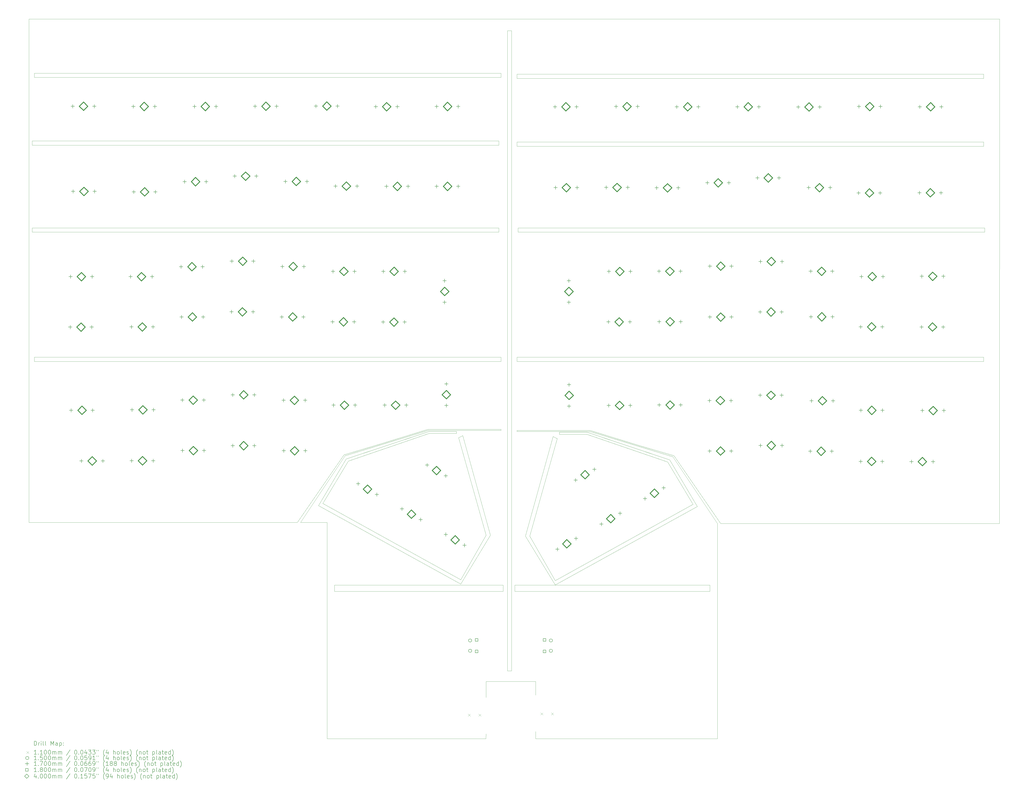
<source format=gbr>
%TF.GenerationSoftware,KiCad,Pcbnew,6.0.10-86aedd382b~118~ubuntu20.04.1*%
%TF.CreationDate,2022-12-20T19:00:53+01:00*%
%TF.ProjectId,Europe-flex,4575726f-7065-42d6-966c-65782e6b6963,rev?*%
%TF.SameCoordinates,Original*%
%TF.FileFunction,Drillmap*%
%TF.FilePolarity,Positive*%
%FSLAX45Y45*%
G04 Gerber Fmt 4.5, Leading zero omitted, Abs format (unit mm)*
G04 Created by KiCad (PCBNEW 6.0.10-86aedd382b~118~ubuntu20.04.1) date 2022-12-20 19:00:53*
%MOMM*%
%LPD*%
G01*
G04 APERTURE LIST*
%ADD10C,0.100000*%
%ADD11C,0.200000*%
%ADD12C,0.110000*%
%ADD13C,0.150000*%
%ADD14C,0.170000*%
%ADD15C,0.180000*%
%ADD16C,0.400000*%
G04 APERTURE END LIST*
D10*
X37250000Y-23550000D02*
X35000000Y-22850000D01*
X41000000Y-27250000D02*
X38900000Y-24100000D01*
X37250000Y-23550000D02*
X38950000Y-24050000D01*
X31550000Y-22850000D02*
X35000000Y-22850000D01*
X31550000Y-22900000D02*
X31550000Y-22850000D01*
X35000000Y-22900000D02*
X31550000Y-22900000D01*
X38900000Y-24100000D02*
X35000000Y-22900000D01*
X38950000Y-24050000D02*
X41150000Y-27250000D01*
X21200000Y-27200000D02*
X8550000Y-27200000D01*
X22600000Y-27200000D02*
X21350000Y-27200000D01*
X23450000Y-24050000D02*
X21350000Y-27200000D01*
X27350000Y-22850000D02*
X23450000Y-24050000D01*
X30800000Y-22850000D02*
X27350000Y-22850000D01*
X30800000Y-22800000D02*
X30800000Y-22850000D01*
X27350000Y-22800000D02*
X30800000Y-22800000D01*
X25100000Y-23500000D02*
X27350000Y-22800000D01*
X23400000Y-24000000D02*
X25100000Y-23500000D01*
X21200000Y-27200000D02*
X23400000Y-24000000D01*
X31550000Y-6050000D02*
X53550000Y-6050000D01*
X53550000Y-6050000D02*
X53550000Y-6250000D01*
X53550000Y-6250000D02*
X31550000Y-6250000D01*
X31550000Y-6250000D02*
X31550000Y-6050000D01*
X31550000Y-9250000D02*
X53550000Y-9250000D01*
X53550000Y-9250000D02*
X53550000Y-9450000D01*
X53550000Y-9450000D02*
X31550000Y-9450000D01*
X31550000Y-9450000D02*
X31550000Y-9250000D01*
X31600000Y-13300000D02*
X53600000Y-13300000D01*
X53600000Y-13300000D02*
X53600000Y-13500000D01*
X53600000Y-13500000D02*
X31600000Y-13500000D01*
X31600000Y-13500000D02*
X31600000Y-13300000D01*
X31550000Y-19400000D02*
X53550000Y-19400000D01*
X53550000Y-19400000D02*
X53550000Y-19600000D01*
X53550000Y-19600000D02*
X31550000Y-19600000D01*
X31550000Y-19600000D02*
X31550000Y-19400000D01*
X31450000Y-30150000D02*
X40650000Y-30150000D01*
X40650000Y-30150000D02*
X40650000Y-30450000D01*
X40650000Y-30450000D02*
X31450000Y-30450000D01*
X31450000Y-30450000D02*
X31450000Y-30150000D01*
X38753126Y-24239318D02*
X40053126Y-26439318D01*
X33353126Y-30139318D01*
X31953126Y-27839318D01*
X33253126Y-23139318D01*
X33453126Y-23239318D01*
X32153126Y-27839318D01*
X33353126Y-29939318D01*
X39853126Y-26339318D01*
X38653126Y-24339318D01*
X34853126Y-23039318D01*
X33553126Y-23039318D01*
X33553126Y-22939318D01*
X34853126Y-22939318D01*
X38753126Y-24239318D01*
X28700000Y-23000000D02*
X27400000Y-23000000D01*
X23600000Y-24300000D01*
X22400000Y-26300000D01*
X28900000Y-29900000D01*
X30100000Y-27800000D01*
X28800000Y-23200000D01*
X29000000Y-23100000D01*
X30300000Y-27800000D01*
X28900000Y-30100000D01*
X22200000Y-26400000D01*
X23500000Y-24200000D01*
X27400000Y-22900000D01*
X28700000Y-22900000D01*
X28700000Y-23000000D01*
X22950000Y-30150000D02*
X30900000Y-30150000D01*
X30900000Y-30150000D02*
X30900000Y-30450000D01*
X30900000Y-30450000D02*
X22950000Y-30450000D01*
X22950000Y-30450000D02*
X22950000Y-30150000D01*
X32432500Y-37061000D02*
X32430000Y-37400000D01*
X8800000Y-19400000D02*
X30800000Y-19400000D01*
X30800000Y-19400000D02*
X30800000Y-19600000D01*
X30800000Y-19600000D02*
X8800000Y-19600000D01*
X8800000Y-19600000D02*
X8800000Y-19400000D01*
X30094500Y-37173000D02*
X30090000Y-37400000D01*
X8550000Y-3450000D02*
X31000000Y-3450000D01*
X54295000Y-27250000D02*
X41150000Y-27250000D01*
X54300000Y-3450000D02*
X54295000Y-27250000D01*
X8550000Y-27200000D02*
X8550000Y-3450000D01*
X41000000Y-27250000D02*
X41000000Y-37400000D01*
X31100000Y-4000000D02*
X31300000Y-4000000D01*
X31300000Y-4000000D02*
X31300000Y-34200000D01*
X31300000Y-34200000D02*
X31100000Y-34200000D01*
X31100000Y-34200000D02*
X31100000Y-4000000D01*
X8700000Y-9200000D02*
X30700000Y-9200000D01*
X30700000Y-9200000D02*
X30700000Y-9400000D01*
X30700000Y-9400000D02*
X8700000Y-9400000D01*
X8700000Y-9400000D02*
X8700000Y-9200000D01*
X22600000Y-37400000D02*
X22600000Y-27200000D01*
X31000000Y-3450000D02*
X54300000Y-3450000D01*
X32432000Y-34700000D02*
X32432500Y-35341000D01*
X30100000Y-34700000D02*
X32432000Y-34700000D01*
X41000000Y-37400000D02*
X32430000Y-37400000D01*
X30094500Y-35453000D02*
X30100000Y-34700000D01*
X30090000Y-37400000D02*
X22600000Y-37400000D01*
X8800000Y-6000000D02*
X30800000Y-6000000D01*
X30800000Y-6000000D02*
X30800000Y-6200000D01*
X30800000Y-6200000D02*
X8800000Y-6200000D01*
X8800000Y-6200000D02*
X8800000Y-6000000D01*
X8700000Y-13300000D02*
X30700000Y-13300000D01*
X30700000Y-13300000D02*
X30700000Y-13500000D01*
X30700000Y-13500000D02*
X8700000Y-13500000D01*
X8700000Y-13500000D02*
X8700000Y-13300000D01*
D11*
D12*
X29249500Y-36233000D02*
X29359500Y-36343000D01*
X29359500Y-36233000D02*
X29249500Y-36343000D01*
X29749500Y-36233000D02*
X29859500Y-36343000D01*
X29859500Y-36233000D02*
X29749500Y-36343000D01*
X32667500Y-36171000D02*
X32777500Y-36281000D01*
X32777500Y-36171000D02*
X32667500Y-36281000D01*
X33167500Y-36171000D02*
X33277500Y-36281000D01*
X33277500Y-36171000D02*
X33167500Y-36281000D01*
D13*
X29422000Y-32765500D02*
G75*
G03*
X29422000Y-32765500I-75000J0D01*
G01*
X29422000Y-33250500D02*
G75*
G03*
X29422000Y-33250500I-75000J0D01*
G01*
X33228000Y-32765500D02*
G75*
G03*
X33228000Y-32765500I-75000J0D01*
G01*
X33228000Y-33250500D02*
G75*
G03*
X33228000Y-33250500I-75000J0D01*
G01*
D14*
X10492000Y-17895000D02*
X10492000Y-18065000D01*
X10407000Y-17980000D02*
X10577000Y-17980000D01*
X10512000Y-15515000D02*
X10512000Y-15685000D01*
X10427000Y-15600000D02*
X10597000Y-15600000D01*
X10541000Y-21818000D02*
X10541000Y-21988000D01*
X10456000Y-21903000D02*
X10626000Y-21903000D01*
X10612000Y-7475000D02*
X10612000Y-7645000D01*
X10527000Y-7560000D02*
X10697000Y-7560000D01*
X10632000Y-11493000D02*
X10632000Y-11663000D01*
X10547000Y-11578000D02*
X10717000Y-11578000D01*
X11021000Y-24208000D02*
X11021000Y-24378000D01*
X10936000Y-24293000D02*
X11106000Y-24293000D01*
X11508000Y-17895000D02*
X11508000Y-18065000D01*
X11423000Y-17980000D02*
X11593000Y-17980000D01*
X11528000Y-15515000D02*
X11528000Y-15685000D01*
X11443000Y-15600000D02*
X11613000Y-15600000D01*
X11557000Y-21818000D02*
X11557000Y-21988000D01*
X11472000Y-21903000D02*
X11642000Y-21903000D01*
X11628000Y-7475000D02*
X11628000Y-7645000D01*
X11543000Y-7560000D02*
X11713000Y-7560000D01*
X11648000Y-11493000D02*
X11648000Y-11663000D01*
X11563000Y-11578000D02*
X11733000Y-11578000D01*
X12037000Y-24208000D02*
X12037000Y-24378000D01*
X11952000Y-24293000D02*
X12122000Y-24293000D01*
X13342000Y-15515000D02*
X13342000Y-15685000D01*
X13257000Y-15600000D02*
X13427000Y-15600000D01*
X13382000Y-17885000D02*
X13382000Y-18055000D01*
X13297000Y-17970000D02*
X13467000Y-17970000D01*
X13391000Y-24198000D02*
X13391000Y-24368000D01*
X13306000Y-24283000D02*
X13476000Y-24283000D01*
X13411000Y-21798000D02*
X13411000Y-21968000D01*
X13326000Y-21883000D02*
X13496000Y-21883000D01*
X13472000Y-7485000D02*
X13472000Y-7655000D01*
X13387000Y-7570000D02*
X13557000Y-7570000D01*
X13492000Y-11513000D02*
X13492000Y-11683000D01*
X13407000Y-11598000D02*
X13577000Y-11598000D01*
X14358000Y-15515000D02*
X14358000Y-15685000D01*
X14273000Y-15600000D02*
X14443000Y-15600000D01*
X14398000Y-17885000D02*
X14398000Y-18055000D01*
X14313000Y-17970000D02*
X14483000Y-17970000D01*
X14407000Y-24198000D02*
X14407000Y-24368000D01*
X14322000Y-24283000D02*
X14492000Y-24283000D01*
X14427000Y-21798000D02*
X14427000Y-21968000D01*
X14342000Y-21883000D02*
X14512000Y-21883000D01*
X14488000Y-7485000D02*
X14488000Y-7655000D01*
X14403000Y-7570000D02*
X14573000Y-7570000D01*
X14508000Y-11513000D02*
X14508000Y-11683000D01*
X14423000Y-11598000D02*
X14593000Y-11598000D01*
X15722000Y-15045000D02*
X15722000Y-15215000D01*
X15637000Y-15130000D02*
X15807000Y-15130000D01*
X15742000Y-17415000D02*
X15742000Y-17585000D01*
X15657000Y-17500000D02*
X15827000Y-17500000D01*
X15781000Y-21338000D02*
X15781000Y-21508000D01*
X15696000Y-21423000D02*
X15866000Y-21423000D01*
X15791000Y-23718000D02*
X15791000Y-23888000D01*
X15706000Y-23803000D02*
X15876000Y-23803000D01*
X15892000Y-11033000D02*
X15892000Y-11203000D01*
X15807000Y-11118000D02*
X15977000Y-11118000D01*
X16352000Y-7485000D02*
X16352000Y-7655000D01*
X16267000Y-7570000D02*
X16437000Y-7570000D01*
X16738000Y-15045000D02*
X16738000Y-15215000D01*
X16653000Y-15130000D02*
X16823000Y-15130000D01*
X16758000Y-17415000D02*
X16758000Y-17585000D01*
X16673000Y-17500000D02*
X16843000Y-17500000D01*
X16797000Y-21338000D02*
X16797000Y-21508000D01*
X16712000Y-21423000D02*
X16882000Y-21423000D01*
X16807000Y-23718000D02*
X16807000Y-23888000D01*
X16722000Y-23803000D02*
X16892000Y-23803000D01*
X16908000Y-11033000D02*
X16908000Y-11203000D01*
X16823000Y-11118000D02*
X16993000Y-11118000D01*
X17368000Y-7485000D02*
X17368000Y-7655000D01*
X17283000Y-7570000D02*
X17453000Y-7570000D01*
X18102000Y-17175000D02*
X18102000Y-17345000D01*
X18017000Y-17260000D02*
X18187000Y-17260000D01*
X18112000Y-14785000D02*
X18112000Y-14955000D01*
X18027000Y-14870000D02*
X18197000Y-14870000D01*
X18161000Y-21088000D02*
X18161000Y-21258000D01*
X18076000Y-21173000D02*
X18246000Y-21173000D01*
X18161000Y-23488000D02*
X18161000Y-23658000D01*
X18076000Y-23573000D02*
X18246000Y-23573000D01*
X18252000Y-10773000D02*
X18252000Y-10943000D01*
X18167000Y-10858000D02*
X18337000Y-10858000D01*
X19118000Y-17175000D02*
X19118000Y-17345000D01*
X19033000Y-17260000D02*
X19203000Y-17260000D01*
X19128000Y-14785000D02*
X19128000Y-14955000D01*
X19043000Y-14870000D02*
X19213000Y-14870000D01*
X19177000Y-21088000D02*
X19177000Y-21258000D01*
X19092000Y-21173000D02*
X19262000Y-21173000D01*
X19177000Y-23488000D02*
X19177000Y-23658000D01*
X19092000Y-23573000D02*
X19262000Y-23573000D01*
X19212000Y-7475000D02*
X19212000Y-7645000D01*
X19127000Y-7560000D02*
X19297000Y-7560000D01*
X19268000Y-10773000D02*
X19268000Y-10943000D01*
X19183000Y-10858000D02*
X19353000Y-10858000D01*
X20228000Y-7475000D02*
X20228000Y-7645000D01*
X20143000Y-7560000D02*
X20313000Y-7560000D01*
X20472000Y-17415000D02*
X20472000Y-17585000D01*
X20387000Y-17500000D02*
X20557000Y-17500000D01*
X20492000Y-15035000D02*
X20492000Y-15205000D01*
X20407000Y-15120000D02*
X20577000Y-15120000D01*
X20551000Y-21348000D02*
X20551000Y-21518000D01*
X20466000Y-21433000D02*
X20636000Y-21433000D01*
X20561000Y-23728000D02*
X20561000Y-23898000D01*
X20476000Y-23813000D02*
X20646000Y-23813000D01*
X20642000Y-11023000D02*
X20642000Y-11193000D01*
X20557000Y-11108000D02*
X20727000Y-11108000D01*
X21488000Y-17415000D02*
X21488000Y-17585000D01*
X21403000Y-17500000D02*
X21573000Y-17500000D01*
X21508000Y-15035000D02*
X21508000Y-15205000D01*
X21423000Y-15120000D02*
X21593000Y-15120000D01*
X21567000Y-21348000D02*
X21567000Y-21518000D01*
X21482000Y-21433000D02*
X21652000Y-21433000D01*
X21577000Y-23728000D02*
X21577000Y-23898000D01*
X21492000Y-23813000D02*
X21662000Y-23813000D01*
X21658000Y-11023000D02*
X21658000Y-11193000D01*
X21573000Y-11108000D02*
X21743000Y-11108000D01*
X22082000Y-7465000D02*
X22082000Y-7635000D01*
X21997000Y-7550000D02*
X22167000Y-7550000D01*
X22862000Y-17645000D02*
X22862000Y-17815000D01*
X22777000Y-17730000D02*
X22947000Y-17730000D01*
X22882000Y-15265000D02*
X22882000Y-15435000D01*
X22797000Y-15350000D02*
X22967000Y-15350000D01*
X22911000Y-21578000D02*
X22911000Y-21748000D01*
X22826000Y-21663000D02*
X22996000Y-21663000D01*
X23002000Y-11243000D02*
X23002000Y-11413000D01*
X22917000Y-11328000D02*
X23087000Y-11328000D01*
X23098000Y-7465000D02*
X23098000Y-7635000D01*
X23013000Y-7550000D02*
X23183000Y-7550000D01*
X23878000Y-17645000D02*
X23878000Y-17815000D01*
X23793000Y-17730000D02*
X23963000Y-17730000D01*
X23898000Y-15265000D02*
X23898000Y-15435000D01*
X23813000Y-15350000D02*
X23983000Y-15350000D01*
X23927000Y-21578000D02*
X23927000Y-21748000D01*
X23842000Y-21663000D02*
X24012000Y-21663000D01*
X24018000Y-11243000D02*
X24018000Y-11413000D01*
X23933000Y-11328000D02*
X24103000Y-11328000D01*
X24067459Y-25284201D02*
X24067459Y-25454201D01*
X23982459Y-25369201D02*
X24152459Y-25369201D01*
X24902000Y-7495000D02*
X24902000Y-7665000D01*
X24817000Y-7580000D02*
X24987000Y-7580000D01*
X24947340Y-25792201D02*
X24947340Y-25962201D01*
X24862340Y-25877201D02*
X25032340Y-25877201D01*
X25242000Y-17655000D02*
X25242000Y-17825000D01*
X25157000Y-17740000D02*
X25327000Y-17740000D01*
X25252000Y-15265000D02*
X25252000Y-15435000D01*
X25167000Y-15350000D02*
X25337000Y-15350000D01*
X25321000Y-21578000D02*
X25321000Y-21748000D01*
X25236000Y-21663000D02*
X25406000Y-21663000D01*
X25402000Y-11253000D02*
X25402000Y-11423000D01*
X25317000Y-11338000D02*
X25487000Y-11338000D01*
X25918000Y-7495000D02*
X25918000Y-7665000D01*
X25833000Y-7580000D02*
X26003000Y-7580000D01*
X26137459Y-26464201D02*
X26137459Y-26634201D01*
X26052459Y-26549201D02*
X26222459Y-26549201D01*
X26258000Y-17655000D02*
X26258000Y-17825000D01*
X26173000Y-17740000D02*
X26343000Y-17740000D01*
X26268000Y-15265000D02*
X26268000Y-15435000D01*
X26183000Y-15350000D02*
X26353000Y-15350000D01*
X26337000Y-21578000D02*
X26337000Y-21748000D01*
X26252000Y-21663000D02*
X26422000Y-21663000D01*
X26418000Y-11253000D02*
X26418000Y-11423000D01*
X26333000Y-11338000D02*
X26503000Y-11338000D01*
X27017340Y-26972201D02*
X27017340Y-27142201D01*
X26932340Y-27057201D02*
X27102340Y-27057201D01*
X27317459Y-24404201D02*
X27317459Y-24574201D01*
X27232459Y-24489201D02*
X27402459Y-24489201D01*
X27772000Y-7485000D02*
X27772000Y-7655000D01*
X27687000Y-7570000D02*
X27857000Y-7570000D01*
X27772000Y-11253000D02*
X27772000Y-11423000D01*
X27687000Y-11338000D02*
X27857000Y-11338000D01*
X28142000Y-15703000D02*
X28142000Y-15873000D01*
X28057000Y-15788000D02*
X28227000Y-15788000D01*
X28142000Y-16719000D02*
X28142000Y-16889000D01*
X28057000Y-16804000D02*
X28227000Y-16804000D01*
X28197340Y-24912201D02*
X28197340Y-25082201D01*
X28112340Y-24997201D02*
X28282340Y-24997201D01*
X28197459Y-27674201D02*
X28197459Y-27844201D01*
X28112459Y-27759201D02*
X28282459Y-27759201D01*
X28223000Y-20572000D02*
X28223000Y-20742000D01*
X28138000Y-20657000D02*
X28308000Y-20657000D01*
X28223000Y-21588000D02*
X28223000Y-21758000D01*
X28138000Y-21673000D02*
X28308000Y-21673000D01*
X28788000Y-7485000D02*
X28788000Y-7655000D01*
X28703000Y-7570000D02*
X28873000Y-7570000D01*
X28788000Y-11253000D02*
X28788000Y-11423000D01*
X28703000Y-11338000D02*
X28873000Y-11338000D01*
X29077340Y-28182201D02*
X29077340Y-28352201D01*
X28992340Y-28267201D02*
X29162340Y-28267201D01*
X33350000Y-7499000D02*
X33350000Y-7669000D01*
X33265000Y-7584000D02*
X33435000Y-7584000D01*
X33370000Y-11315000D02*
X33370000Y-11485000D01*
X33285000Y-11400000D02*
X33455000Y-11400000D01*
X33460059Y-28369001D02*
X33460059Y-28539001D01*
X33375059Y-28454001D02*
X33545059Y-28454001D01*
X34000000Y-15707000D02*
X34000000Y-15877000D01*
X33915000Y-15792000D02*
X34085000Y-15792000D01*
X34000000Y-16723000D02*
X34000000Y-16893000D01*
X33915000Y-16808000D02*
X34085000Y-16808000D01*
X34010000Y-20607000D02*
X34010000Y-20777000D01*
X33925000Y-20692000D02*
X34095000Y-20692000D01*
X34010000Y-21623000D02*
X34010000Y-21793000D01*
X33925000Y-21708000D02*
X34095000Y-21708000D01*
X34320059Y-25111941D02*
X34320059Y-25281941D01*
X34235059Y-25196941D02*
X34405059Y-25196941D01*
X34339941Y-27861001D02*
X34339941Y-28031001D01*
X34254941Y-27946001D02*
X34424941Y-27946001D01*
X34366000Y-7499000D02*
X34366000Y-7669000D01*
X34281000Y-7584000D02*
X34451000Y-7584000D01*
X34386000Y-11315000D02*
X34386000Y-11485000D01*
X34301000Y-11400000D02*
X34471000Y-11400000D01*
X35199941Y-24603941D02*
X35199941Y-24773941D01*
X35114941Y-24688941D02*
X35284941Y-24688941D01*
X35530059Y-27185001D02*
X35530059Y-27355001D01*
X35445059Y-27270001D02*
X35615059Y-27270001D01*
X35760000Y-11305000D02*
X35760000Y-11475000D01*
X35675000Y-11390000D02*
X35845000Y-11390000D01*
X35860000Y-17649000D02*
X35860000Y-17819000D01*
X35775000Y-17734000D02*
X35945000Y-17734000D01*
X35880000Y-21589000D02*
X35880000Y-21759000D01*
X35795000Y-21674000D02*
X35965000Y-21674000D01*
X35890000Y-15269000D02*
X35890000Y-15439000D01*
X35805000Y-15354000D02*
X35975000Y-15354000D01*
X36230000Y-7489000D02*
X36230000Y-7659000D01*
X36145000Y-7574000D02*
X36315000Y-7574000D01*
X36409941Y-26677001D02*
X36409941Y-26847001D01*
X36324941Y-26762001D02*
X36494941Y-26762001D01*
X36776000Y-11305000D02*
X36776000Y-11475000D01*
X36691000Y-11390000D02*
X36861000Y-11390000D01*
X36876000Y-17649000D02*
X36876000Y-17819000D01*
X36791000Y-17734000D02*
X36961000Y-17734000D01*
X36896000Y-21589000D02*
X36896000Y-21759000D01*
X36811000Y-21674000D02*
X36981000Y-21674000D01*
X36906000Y-15269000D02*
X36906000Y-15439000D01*
X36821000Y-15354000D02*
X36991000Y-15354000D01*
X37246000Y-7489000D02*
X37246000Y-7659000D01*
X37161000Y-7574000D02*
X37331000Y-7574000D01*
X37590059Y-25985001D02*
X37590059Y-26155001D01*
X37505059Y-26070001D02*
X37675059Y-26070001D01*
X38140000Y-11325000D02*
X38140000Y-11495000D01*
X38055000Y-11410000D02*
X38225000Y-11410000D01*
X38250000Y-15259000D02*
X38250000Y-15429000D01*
X38165000Y-15344000D02*
X38335000Y-15344000D01*
X38260000Y-17639000D02*
X38260000Y-17809000D01*
X38175000Y-17724000D02*
X38345000Y-17724000D01*
X38260000Y-21569000D02*
X38260000Y-21739000D01*
X38175000Y-21654000D02*
X38345000Y-21654000D01*
X38469941Y-25477001D02*
X38469941Y-25647001D01*
X38384941Y-25562001D02*
X38554941Y-25562001D01*
X39090000Y-7499000D02*
X39090000Y-7669000D01*
X39005000Y-7584000D02*
X39175000Y-7584000D01*
X39156000Y-11325000D02*
X39156000Y-11495000D01*
X39071000Y-11410000D02*
X39241000Y-11410000D01*
X39266000Y-15259000D02*
X39266000Y-15429000D01*
X39181000Y-15344000D02*
X39351000Y-15344000D01*
X39276000Y-17639000D02*
X39276000Y-17809000D01*
X39191000Y-17724000D02*
X39361000Y-17724000D01*
X39276000Y-21569000D02*
X39276000Y-21739000D01*
X39191000Y-21654000D02*
X39361000Y-21654000D01*
X40106000Y-7499000D02*
X40106000Y-7669000D01*
X40021000Y-7584000D02*
X40191000Y-7584000D01*
X40530000Y-11085000D02*
X40530000Y-11255000D01*
X40445000Y-11170000D02*
X40615000Y-11170000D01*
X40630000Y-21359000D02*
X40630000Y-21529000D01*
X40545000Y-21444000D02*
X40715000Y-21444000D01*
X40640000Y-23739000D02*
X40640000Y-23909000D01*
X40555000Y-23824000D02*
X40725000Y-23824000D01*
X40650000Y-15019000D02*
X40650000Y-15189000D01*
X40565000Y-15104000D02*
X40735000Y-15104000D01*
X40650000Y-17419000D02*
X40650000Y-17589000D01*
X40565000Y-17504000D02*
X40735000Y-17504000D01*
X41546000Y-11085000D02*
X41546000Y-11255000D01*
X41461000Y-11170000D02*
X41631000Y-11170000D01*
X41646000Y-21359000D02*
X41646000Y-21529000D01*
X41561000Y-21444000D02*
X41731000Y-21444000D01*
X41656000Y-23739000D02*
X41656000Y-23909000D01*
X41571000Y-23824000D02*
X41741000Y-23824000D01*
X41666000Y-15019000D02*
X41666000Y-15189000D01*
X41581000Y-15104000D02*
X41751000Y-15104000D01*
X41666000Y-17419000D02*
X41666000Y-17589000D01*
X41581000Y-17504000D02*
X41751000Y-17504000D01*
X41944000Y-7501000D02*
X41944000Y-7671000D01*
X41859000Y-7586000D02*
X42029000Y-7586000D01*
X42890000Y-10855000D02*
X42890000Y-11025000D01*
X42805000Y-10940000D02*
X42975000Y-10940000D01*
X42960000Y-7501000D02*
X42960000Y-7671000D01*
X42875000Y-7586000D02*
X43045000Y-7586000D01*
X43016000Y-21111000D02*
X43016000Y-21281000D01*
X42931000Y-21196000D02*
X43101000Y-21196000D01*
X43020000Y-17179000D02*
X43020000Y-17349000D01*
X42935000Y-17264000D02*
X43105000Y-17264000D01*
X43030000Y-14799000D02*
X43030000Y-14969000D01*
X42945000Y-14884000D02*
X43115000Y-14884000D01*
X43030000Y-23479000D02*
X43030000Y-23649000D01*
X42945000Y-23564000D02*
X43115000Y-23564000D01*
X43906000Y-10855000D02*
X43906000Y-11025000D01*
X43821000Y-10940000D02*
X43991000Y-10940000D01*
X44032000Y-21111000D02*
X44032000Y-21281000D01*
X43947000Y-21196000D02*
X44117000Y-21196000D01*
X44036000Y-17179000D02*
X44036000Y-17349000D01*
X43951000Y-17264000D02*
X44121000Y-17264000D01*
X44046000Y-14799000D02*
X44046000Y-14969000D01*
X43961000Y-14884000D02*
X44131000Y-14884000D01*
X44046000Y-23479000D02*
X44046000Y-23649000D01*
X43961000Y-23564000D02*
X44131000Y-23564000D01*
X44810000Y-7509000D02*
X44810000Y-7679000D01*
X44725000Y-7594000D02*
X44895000Y-7594000D01*
X45300000Y-11315000D02*
X45300000Y-11485000D01*
X45215000Y-11400000D02*
X45385000Y-11400000D01*
X45380000Y-23749000D02*
X45380000Y-23919000D01*
X45295000Y-23834000D02*
X45465000Y-23834000D01*
X45400000Y-15259000D02*
X45400000Y-15429000D01*
X45315000Y-15344000D02*
X45485000Y-15344000D01*
X45410000Y-17409000D02*
X45410000Y-17579000D01*
X45325000Y-17494000D02*
X45495000Y-17494000D01*
X45440000Y-21369000D02*
X45440000Y-21539000D01*
X45355000Y-21454000D02*
X45525000Y-21454000D01*
X45826000Y-7509000D02*
X45826000Y-7679000D01*
X45741000Y-7594000D02*
X45911000Y-7594000D01*
X46316000Y-11315000D02*
X46316000Y-11485000D01*
X46231000Y-11400000D02*
X46401000Y-11400000D01*
X46396000Y-23749000D02*
X46396000Y-23919000D01*
X46311000Y-23834000D02*
X46481000Y-23834000D01*
X46416000Y-15259000D02*
X46416000Y-15429000D01*
X46331000Y-15344000D02*
X46501000Y-15344000D01*
X46426000Y-17409000D02*
X46426000Y-17579000D01*
X46341000Y-17494000D02*
X46511000Y-17494000D01*
X46456000Y-21369000D02*
X46456000Y-21539000D01*
X46371000Y-21454000D02*
X46541000Y-21454000D01*
X47660000Y-11565000D02*
X47660000Y-11735000D01*
X47575000Y-11650000D02*
X47745000Y-11650000D01*
X47670000Y-7489000D02*
X47670000Y-7659000D01*
X47585000Y-7574000D02*
X47755000Y-7574000D01*
X47760000Y-17879000D02*
X47760000Y-18049000D01*
X47675000Y-17964000D02*
X47845000Y-17964000D01*
X47760000Y-24229000D02*
X47760000Y-24399000D01*
X47675000Y-24314000D02*
X47845000Y-24314000D01*
X47770000Y-21819000D02*
X47770000Y-21989000D01*
X47685000Y-21904000D02*
X47855000Y-21904000D01*
X47790000Y-15509000D02*
X47790000Y-15679000D01*
X47705000Y-15594000D02*
X47875000Y-15594000D01*
X48676000Y-11565000D02*
X48676000Y-11735000D01*
X48591000Y-11650000D02*
X48761000Y-11650000D01*
X48686000Y-7489000D02*
X48686000Y-7659000D01*
X48601000Y-7574000D02*
X48771000Y-7574000D01*
X48776000Y-17879000D02*
X48776000Y-18049000D01*
X48691000Y-17964000D02*
X48861000Y-17964000D01*
X48776000Y-24229000D02*
X48776000Y-24399000D01*
X48691000Y-24314000D02*
X48861000Y-24314000D01*
X48786000Y-21819000D02*
X48786000Y-21989000D01*
X48701000Y-21904000D02*
X48871000Y-21904000D01*
X48806000Y-15509000D02*
X48806000Y-15679000D01*
X48721000Y-15594000D02*
X48891000Y-15594000D01*
X50150000Y-24239000D02*
X50150000Y-24409000D01*
X50065000Y-24324000D02*
X50235000Y-24324000D01*
X50530000Y-11555000D02*
X50530000Y-11725000D01*
X50445000Y-11640000D02*
X50615000Y-11640000D01*
X50540000Y-7499000D02*
X50540000Y-7669000D01*
X50455000Y-7584000D02*
X50625000Y-7584000D01*
X50630000Y-17889000D02*
X50630000Y-18059000D01*
X50545000Y-17974000D02*
X50715000Y-17974000D01*
X50640000Y-15499000D02*
X50640000Y-15669000D01*
X50555000Y-15584000D02*
X50725000Y-15584000D01*
X50660000Y-21829000D02*
X50660000Y-21999000D01*
X50575000Y-21914000D02*
X50745000Y-21914000D01*
X51166000Y-24239000D02*
X51166000Y-24409000D01*
X51081000Y-24324000D02*
X51251000Y-24324000D01*
X51546000Y-11555000D02*
X51546000Y-11725000D01*
X51461000Y-11640000D02*
X51631000Y-11640000D01*
X51556000Y-7499000D02*
X51556000Y-7669000D01*
X51471000Y-7584000D02*
X51641000Y-7584000D01*
X51646000Y-17889000D02*
X51646000Y-18059000D01*
X51561000Y-17974000D02*
X51731000Y-17974000D01*
X51656000Y-15499000D02*
X51656000Y-15669000D01*
X51571000Y-15584000D02*
X51741000Y-15584000D01*
X51676000Y-21829000D02*
X51676000Y-21999000D01*
X51591000Y-21914000D02*
X51761000Y-21914000D01*
D15*
X29713640Y-32799140D02*
X29713640Y-32671860D01*
X29586360Y-32671860D01*
X29586360Y-32799140D01*
X29713640Y-32799140D01*
X29713640Y-33344140D02*
X29713640Y-33216860D01*
X29586360Y-33216860D01*
X29586360Y-33344140D01*
X29713640Y-33344140D01*
X32913640Y-32799140D02*
X32913640Y-32671860D01*
X32786360Y-32671860D01*
X32786360Y-32799140D01*
X32913640Y-32799140D01*
X32913640Y-33344140D02*
X32913640Y-33216860D01*
X32786360Y-33216860D01*
X32786360Y-33344140D01*
X32913640Y-33344140D01*
D16*
X11000000Y-18180000D02*
X11200000Y-17980000D01*
X11000000Y-17780000D01*
X10800000Y-17980000D01*
X11000000Y-18180000D01*
X11020000Y-15800000D02*
X11220000Y-15600000D01*
X11020000Y-15400000D01*
X10820000Y-15600000D01*
X11020000Y-15800000D01*
X11049000Y-22103000D02*
X11249000Y-21903000D01*
X11049000Y-21703000D01*
X10849000Y-21903000D01*
X11049000Y-22103000D01*
X11120000Y-7760000D02*
X11320000Y-7560000D01*
X11120000Y-7360000D01*
X10920000Y-7560000D01*
X11120000Y-7760000D01*
X11140000Y-11778000D02*
X11340000Y-11578000D01*
X11140000Y-11378000D01*
X10940000Y-11578000D01*
X11140000Y-11778000D01*
X11529000Y-24493000D02*
X11729000Y-24293000D01*
X11529000Y-24093000D01*
X11329000Y-24293000D01*
X11529000Y-24493000D01*
X13850000Y-15800000D02*
X14050000Y-15600000D01*
X13850000Y-15400000D01*
X13650000Y-15600000D01*
X13850000Y-15800000D01*
X13890000Y-18170000D02*
X14090000Y-17970000D01*
X13890000Y-17770000D01*
X13690000Y-17970000D01*
X13890000Y-18170000D01*
X13899000Y-24483000D02*
X14099000Y-24283000D01*
X13899000Y-24083000D01*
X13699000Y-24283000D01*
X13899000Y-24483000D01*
X13919000Y-22083000D02*
X14119000Y-21883000D01*
X13919000Y-21683000D01*
X13719000Y-21883000D01*
X13919000Y-22083000D01*
X13980000Y-7770000D02*
X14180000Y-7570000D01*
X13980000Y-7370000D01*
X13780000Y-7570000D01*
X13980000Y-7770000D01*
X14000000Y-11798000D02*
X14200000Y-11598000D01*
X14000000Y-11398000D01*
X13800000Y-11598000D01*
X14000000Y-11798000D01*
X16230000Y-15330000D02*
X16430000Y-15130000D01*
X16230000Y-14930000D01*
X16030000Y-15130000D01*
X16230000Y-15330000D01*
X16250000Y-17700000D02*
X16450000Y-17500000D01*
X16250000Y-17300000D01*
X16050000Y-17500000D01*
X16250000Y-17700000D01*
X16289000Y-21623000D02*
X16489000Y-21423000D01*
X16289000Y-21223000D01*
X16089000Y-21423000D01*
X16289000Y-21623000D01*
X16299000Y-24003000D02*
X16499000Y-23803000D01*
X16299000Y-23603000D01*
X16099000Y-23803000D01*
X16299000Y-24003000D01*
X16400000Y-11318000D02*
X16600000Y-11118000D01*
X16400000Y-10918000D01*
X16200000Y-11118000D01*
X16400000Y-11318000D01*
X16860000Y-7770000D02*
X17060000Y-7570000D01*
X16860000Y-7370000D01*
X16660000Y-7570000D01*
X16860000Y-7770000D01*
X18610000Y-17460000D02*
X18810000Y-17260000D01*
X18610000Y-17060000D01*
X18410000Y-17260000D01*
X18610000Y-17460000D01*
X18620000Y-15070000D02*
X18820000Y-14870000D01*
X18620000Y-14670000D01*
X18420000Y-14870000D01*
X18620000Y-15070000D01*
X18669000Y-21373000D02*
X18869000Y-21173000D01*
X18669000Y-20973000D01*
X18469000Y-21173000D01*
X18669000Y-21373000D01*
X18669000Y-23773000D02*
X18869000Y-23573000D01*
X18669000Y-23373000D01*
X18469000Y-23573000D01*
X18669000Y-23773000D01*
X18760000Y-11058000D02*
X18960000Y-10858000D01*
X18760000Y-10658000D01*
X18560000Y-10858000D01*
X18760000Y-11058000D01*
X19720000Y-7760000D02*
X19920000Y-7560000D01*
X19720000Y-7360000D01*
X19520000Y-7560000D01*
X19720000Y-7760000D01*
X20980000Y-17700000D02*
X21180000Y-17500000D01*
X20980000Y-17300000D01*
X20780000Y-17500000D01*
X20980000Y-17700000D01*
X21000000Y-15320000D02*
X21200000Y-15120000D01*
X21000000Y-14920000D01*
X20800000Y-15120000D01*
X21000000Y-15320000D01*
X21059000Y-21633000D02*
X21259000Y-21433000D01*
X21059000Y-21233000D01*
X20859000Y-21433000D01*
X21059000Y-21633000D01*
X21069000Y-24013000D02*
X21269000Y-23813000D01*
X21069000Y-23613000D01*
X20869000Y-23813000D01*
X21069000Y-24013000D01*
X21150000Y-11308000D02*
X21350000Y-11108000D01*
X21150000Y-10908000D01*
X20950000Y-11108000D01*
X21150000Y-11308000D01*
X22590000Y-7750000D02*
X22790000Y-7550000D01*
X22590000Y-7350000D01*
X22390000Y-7550000D01*
X22590000Y-7750000D01*
X23370000Y-17930000D02*
X23570000Y-17730000D01*
X23370000Y-17530000D01*
X23170000Y-17730000D01*
X23370000Y-17930000D01*
X23390000Y-15550000D02*
X23590000Y-15350000D01*
X23390000Y-15150000D01*
X23190000Y-15350000D01*
X23390000Y-15550000D01*
X23419000Y-21863000D02*
X23619000Y-21663000D01*
X23419000Y-21463000D01*
X23219000Y-21663000D01*
X23419000Y-21863000D01*
X23510000Y-11528000D02*
X23710000Y-11328000D01*
X23510000Y-11128000D01*
X23310000Y-11328000D01*
X23510000Y-11528000D01*
X24507399Y-25823201D02*
X24707399Y-25623201D01*
X24507399Y-25423201D01*
X24307399Y-25623201D01*
X24507399Y-25823201D01*
X25410000Y-7780000D02*
X25610000Y-7580000D01*
X25410000Y-7380000D01*
X25210000Y-7580000D01*
X25410000Y-7780000D01*
X25750000Y-17940000D02*
X25950000Y-17740000D01*
X25750000Y-17540000D01*
X25550000Y-17740000D01*
X25750000Y-17940000D01*
X25760000Y-15550000D02*
X25960000Y-15350000D01*
X25760000Y-15150000D01*
X25560000Y-15350000D01*
X25760000Y-15550000D01*
X25829000Y-21863000D02*
X26029000Y-21663000D01*
X25829000Y-21463000D01*
X25629000Y-21663000D01*
X25829000Y-21863000D01*
X25910000Y-11538000D02*
X26110000Y-11338000D01*
X25910000Y-11138000D01*
X25710000Y-11338000D01*
X25910000Y-11538000D01*
X26577399Y-27003201D02*
X26777399Y-26803201D01*
X26577399Y-26603201D01*
X26377399Y-26803201D01*
X26577399Y-27003201D01*
X27757399Y-24943201D02*
X27957399Y-24743201D01*
X27757399Y-24543201D01*
X27557399Y-24743201D01*
X27757399Y-24943201D01*
X28142000Y-16496000D02*
X28342000Y-16296000D01*
X28142000Y-16096000D01*
X27942000Y-16296000D01*
X28142000Y-16496000D01*
X28223000Y-21365000D02*
X28423000Y-21165000D01*
X28223000Y-20965000D01*
X28023000Y-21165000D01*
X28223000Y-21365000D01*
X28280000Y-7770000D02*
X28480000Y-7570000D01*
X28280000Y-7370000D01*
X28080000Y-7570000D01*
X28280000Y-7770000D01*
X28280000Y-11538000D02*
X28480000Y-11338000D01*
X28280000Y-11138000D01*
X28080000Y-11338000D01*
X28280000Y-11538000D01*
X28637399Y-28213201D02*
X28837399Y-28013201D01*
X28637399Y-27813201D01*
X28437399Y-28013201D01*
X28637399Y-28213201D01*
X33858000Y-7784000D02*
X34058000Y-7584000D01*
X33858000Y-7384000D01*
X33658000Y-7584000D01*
X33858000Y-7784000D01*
X33878000Y-11600000D02*
X34078000Y-11400000D01*
X33878000Y-11200000D01*
X33678000Y-11400000D01*
X33878000Y-11600000D01*
X33900000Y-28400001D02*
X34100000Y-28200001D01*
X33900000Y-28000001D01*
X33700000Y-28200001D01*
X33900000Y-28400001D01*
X34000000Y-16500000D02*
X34200000Y-16300000D01*
X34000000Y-16100000D01*
X33800000Y-16300000D01*
X34000000Y-16500000D01*
X34010000Y-21400000D02*
X34210000Y-21200000D01*
X34010000Y-21000000D01*
X33810000Y-21200000D01*
X34010000Y-21400000D01*
X34760000Y-25142941D02*
X34960000Y-24942941D01*
X34760000Y-24742941D01*
X34560000Y-24942941D01*
X34760000Y-25142941D01*
X35970000Y-27216001D02*
X36170000Y-27016001D01*
X35970000Y-26816001D01*
X35770000Y-27016001D01*
X35970000Y-27216001D01*
X36268000Y-11590000D02*
X36468000Y-11390000D01*
X36268000Y-11190000D01*
X36068000Y-11390000D01*
X36268000Y-11590000D01*
X36368000Y-17934000D02*
X36568000Y-17734000D01*
X36368000Y-17534000D01*
X36168000Y-17734000D01*
X36368000Y-17934000D01*
X36388000Y-21874000D02*
X36588000Y-21674000D01*
X36388000Y-21474000D01*
X36188000Y-21674000D01*
X36388000Y-21874000D01*
X36398000Y-15554000D02*
X36598000Y-15354000D01*
X36398000Y-15154000D01*
X36198000Y-15354000D01*
X36398000Y-15554000D01*
X36738000Y-7774000D02*
X36938000Y-7574000D01*
X36738000Y-7374000D01*
X36538000Y-7574000D01*
X36738000Y-7774000D01*
X38030000Y-26016001D02*
X38230000Y-25816001D01*
X38030000Y-25616001D01*
X37830000Y-25816001D01*
X38030000Y-26016001D01*
X38648000Y-11610000D02*
X38848000Y-11410000D01*
X38648000Y-11210000D01*
X38448000Y-11410000D01*
X38648000Y-11610000D01*
X38758000Y-15544000D02*
X38958000Y-15344000D01*
X38758000Y-15144000D01*
X38558000Y-15344000D01*
X38758000Y-15544000D01*
X38768000Y-17924000D02*
X38968000Y-17724000D01*
X38768000Y-17524000D01*
X38568000Y-17724000D01*
X38768000Y-17924000D01*
X38768000Y-21854000D02*
X38968000Y-21654000D01*
X38768000Y-21454000D01*
X38568000Y-21654000D01*
X38768000Y-21854000D01*
X39598000Y-7784000D02*
X39798000Y-7584000D01*
X39598000Y-7384000D01*
X39398000Y-7584000D01*
X39598000Y-7784000D01*
X41038000Y-11370000D02*
X41238000Y-11170000D01*
X41038000Y-10970000D01*
X40838000Y-11170000D01*
X41038000Y-11370000D01*
X41138000Y-21644000D02*
X41338000Y-21444000D01*
X41138000Y-21244000D01*
X40938000Y-21444000D01*
X41138000Y-21644000D01*
X41148000Y-24024000D02*
X41348000Y-23824000D01*
X41148000Y-23624000D01*
X40948000Y-23824000D01*
X41148000Y-24024000D01*
X41158000Y-15304000D02*
X41358000Y-15104000D01*
X41158000Y-14904000D01*
X40958000Y-15104000D01*
X41158000Y-15304000D01*
X41158000Y-17704000D02*
X41358000Y-17504000D01*
X41158000Y-17304000D01*
X40958000Y-17504000D01*
X41158000Y-17704000D01*
X42452000Y-7786000D02*
X42652000Y-7586000D01*
X42452000Y-7386000D01*
X42252000Y-7586000D01*
X42452000Y-7786000D01*
X43398000Y-11140000D02*
X43598000Y-10940000D01*
X43398000Y-10740000D01*
X43198000Y-10940000D01*
X43398000Y-11140000D01*
X43524000Y-21396000D02*
X43724000Y-21196000D01*
X43524000Y-20996000D01*
X43324000Y-21196000D01*
X43524000Y-21396000D01*
X43528000Y-17464000D02*
X43728000Y-17264000D01*
X43528000Y-17064000D01*
X43328000Y-17264000D01*
X43528000Y-17464000D01*
X43538000Y-15084000D02*
X43738000Y-14884000D01*
X43538000Y-14684000D01*
X43338000Y-14884000D01*
X43538000Y-15084000D01*
X43538000Y-23764000D02*
X43738000Y-23564000D01*
X43538000Y-23364000D01*
X43338000Y-23564000D01*
X43538000Y-23764000D01*
X45318000Y-7794000D02*
X45518000Y-7594000D01*
X45318000Y-7394000D01*
X45118000Y-7594000D01*
X45318000Y-7794000D01*
X45808000Y-11600000D02*
X46008000Y-11400000D01*
X45808000Y-11200000D01*
X45608000Y-11400000D01*
X45808000Y-11600000D01*
X45888000Y-24034000D02*
X46088000Y-23834000D01*
X45888000Y-23634000D01*
X45688000Y-23834000D01*
X45888000Y-24034000D01*
X45908000Y-15544000D02*
X46108000Y-15344000D01*
X45908000Y-15144000D01*
X45708000Y-15344000D01*
X45908000Y-15544000D01*
X45918000Y-17694000D02*
X46118000Y-17494000D01*
X45918000Y-17294000D01*
X45718000Y-17494000D01*
X45918000Y-17694000D01*
X45948000Y-21654000D02*
X46148000Y-21454000D01*
X45948000Y-21254000D01*
X45748000Y-21454000D01*
X45948000Y-21654000D01*
X48168000Y-11850000D02*
X48368000Y-11650000D01*
X48168000Y-11450000D01*
X47968000Y-11650000D01*
X48168000Y-11850000D01*
X48178000Y-7774000D02*
X48378000Y-7574000D01*
X48178000Y-7374000D01*
X47978000Y-7574000D01*
X48178000Y-7774000D01*
X48268000Y-18164000D02*
X48468000Y-17964000D01*
X48268000Y-17764000D01*
X48068000Y-17964000D01*
X48268000Y-18164000D01*
X48268000Y-24514000D02*
X48468000Y-24314000D01*
X48268000Y-24114000D01*
X48068000Y-24314000D01*
X48268000Y-24514000D01*
X48278000Y-22104000D02*
X48478000Y-21904000D01*
X48278000Y-21704000D01*
X48078000Y-21904000D01*
X48278000Y-22104000D01*
X48298000Y-15794000D02*
X48498000Y-15594000D01*
X48298000Y-15394000D01*
X48098000Y-15594000D01*
X48298000Y-15794000D01*
X50658000Y-24524000D02*
X50858000Y-24324000D01*
X50658000Y-24124000D01*
X50458000Y-24324000D01*
X50658000Y-24524000D01*
X51038000Y-11840000D02*
X51238000Y-11640000D01*
X51038000Y-11440000D01*
X50838000Y-11640000D01*
X51038000Y-11840000D01*
X51048000Y-7784000D02*
X51248000Y-7584000D01*
X51048000Y-7384000D01*
X50848000Y-7584000D01*
X51048000Y-7784000D01*
X51138000Y-18174000D02*
X51338000Y-17974000D01*
X51138000Y-17774000D01*
X50938000Y-17974000D01*
X51138000Y-18174000D01*
X51148000Y-15784000D02*
X51348000Y-15584000D01*
X51148000Y-15384000D01*
X50948000Y-15584000D01*
X51148000Y-15784000D01*
X51168000Y-22114000D02*
X51368000Y-21914000D01*
X51168000Y-21714000D01*
X50968000Y-21914000D01*
X51168000Y-22114000D01*
D11*
X8802619Y-37715476D02*
X8802619Y-37515476D01*
X8850238Y-37515476D01*
X8878810Y-37525000D01*
X8897857Y-37544048D01*
X8907381Y-37563095D01*
X8916905Y-37601190D01*
X8916905Y-37629762D01*
X8907381Y-37667857D01*
X8897857Y-37686905D01*
X8878810Y-37705952D01*
X8850238Y-37715476D01*
X8802619Y-37715476D01*
X9002619Y-37715476D02*
X9002619Y-37582143D01*
X9002619Y-37620238D02*
X9012143Y-37601190D01*
X9021667Y-37591667D01*
X9040714Y-37582143D01*
X9059762Y-37582143D01*
X9126429Y-37715476D02*
X9126429Y-37582143D01*
X9126429Y-37515476D02*
X9116905Y-37525000D01*
X9126429Y-37534524D01*
X9135952Y-37525000D01*
X9126429Y-37515476D01*
X9126429Y-37534524D01*
X9250238Y-37715476D02*
X9231190Y-37705952D01*
X9221667Y-37686905D01*
X9221667Y-37515476D01*
X9355000Y-37715476D02*
X9335952Y-37705952D01*
X9326429Y-37686905D01*
X9326429Y-37515476D01*
X9583571Y-37715476D02*
X9583571Y-37515476D01*
X9650238Y-37658333D01*
X9716905Y-37515476D01*
X9716905Y-37715476D01*
X9897857Y-37715476D02*
X9897857Y-37610714D01*
X9888333Y-37591667D01*
X9869286Y-37582143D01*
X9831190Y-37582143D01*
X9812143Y-37591667D01*
X9897857Y-37705952D02*
X9878810Y-37715476D01*
X9831190Y-37715476D01*
X9812143Y-37705952D01*
X9802619Y-37686905D01*
X9802619Y-37667857D01*
X9812143Y-37648810D01*
X9831190Y-37639286D01*
X9878810Y-37639286D01*
X9897857Y-37629762D01*
X9993095Y-37582143D02*
X9993095Y-37782143D01*
X9993095Y-37591667D02*
X10012143Y-37582143D01*
X10050238Y-37582143D01*
X10069286Y-37591667D01*
X10078810Y-37601190D01*
X10088333Y-37620238D01*
X10088333Y-37677381D01*
X10078810Y-37696429D01*
X10069286Y-37705952D01*
X10050238Y-37715476D01*
X10012143Y-37715476D01*
X9993095Y-37705952D01*
X10174048Y-37696429D02*
X10183571Y-37705952D01*
X10174048Y-37715476D01*
X10164524Y-37705952D01*
X10174048Y-37696429D01*
X10174048Y-37715476D01*
X10174048Y-37591667D02*
X10183571Y-37601190D01*
X10174048Y-37610714D01*
X10164524Y-37601190D01*
X10174048Y-37591667D01*
X10174048Y-37610714D01*
D12*
X8435000Y-37990000D02*
X8545000Y-38100000D01*
X8545000Y-37990000D02*
X8435000Y-38100000D01*
D11*
X8907381Y-38135476D02*
X8793095Y-38135476D01*
X8850238Y-38135476D02*
X8850238Y-37935476D01*
X8831190Y-37964048D01*
X8812143Y-37983095D01*
X8793095Y-37992619D01*
X8993095Y-38116429D02*
X9002619Y-38125952D01*
X8993095Y-38135476D01*
X8983571Y-38125952D01*
X8993095Y-38116429D01*
X8993095Y-38135476D01*
X9193095Y-38135476D02*
X9078810Y-38135476D01*
X9135952Y-38135476D02*
X9135952Y-37935476D01*
X9116905Y-37964048D01*
X9097857Y-37983095D01*
X9078810Y-37992619D01*
X9316905Y-37935476D02*
X9335952Y-37935476D01*
X9355000Y-37945000D01*
X9364524Y-37954524D01*
X9374048Y-37973571D01*
X9383571Y-38011667D01*
X9383571Y-38059286D01*
X9374048Y-38097381D01*
X9364524Y-38116429D01*
X9355000Y-38125952D01*
X9335952Y-38135476D01*
X9316905Y-38135476D01*
X9297857Y-38125952D01*
X9288333Y-38116429D01*
X9278810Y-38097381D01*
X9269286Y-38059286D01*
X9269286Y-38011667D01*
X9278810Y-37973571D01*
X9288333Y-37954524D01*
X9297857Y-37945000D01*
X9316905Y-37935476D01*
X9507381Y-37935476D02*
X9526429Y-37935476D01*
X9545476Y-37945000D01*
X9555000Y-37954524D01*
X9564524Y-37973571D01*
X9574048Y-38011667D01*
X9574048Y-38059286D01*
X9564524Y-38097381D01*
X9555000Y-38116429D01*
X9545476Y-38125952D01*
X9526429Y-38135476D01*
X9507381Y-38135476D01*
X9488333Y-38125952D01*
X9478810Y-38116429D01*
X9469286Y-38097381D01*
X9459762Y-38059286D01*
X9459762Y-38011667D01*
X9469286Y-37973571D01*
X9478810Y-37954524D01*
X9488333Y-37945000D01*
X9507381Y-37935476D01*
X9659762Y-38135476D02*
X9659762Y-38002143D01*
X9659762Y-38021190D02*
X9669286Y-38011667D01*
X9688333Y-38002143D01*
X9716905Y-38002143D01*
X9735952Y-38011667D01*
X9745476Y-38030714D01*
X9745476Y-38135476D01*
X9745476Y-38030714D02*
X9755000Y-38011667D01*
X9774048Y-38002143D01*
X9802619Y-38002143D01*
X9821667Y-38011667D01*
X9831190Y-38030714D01*
X9831190Y-38135476D01*
X9926429Y-38135476D02*
X9926429Y-38002143D01*
X9926429Y-38021190D02*
X9935952Y-38011667D01*
X9955000Y-38002143D01*
X9983571Y-38002143D01*
X10002619Y-38011667D01*
X10012143Y-38030714D01*
X10012143Y-38135476D01*
X10012143Y-38030714D02*
X10021667Y-38011667D01*
X10040714Y-38002143D01*
X10069286Y-38002143D01*
X10088333Y-38011667D01*
X10097857Y-38030714D01*
X10097857Y-38135476D01*
X10488333Y-37925952D02*
X10316905Y-38183095D01*
X10745476Y-37935476D02*
X10764524Y-37935476D01*
X10783571Y-37945000D01*
X10793095Y-37954524D01*
X10802619Y-37973571D01*
X10812143Y-38011667D01*
X10812143Y-38059286D01*
X10802619Y-38097381D01*
X10793095Y-38116429D01*
X10783571Y-38125952D01*
X10764524Y-38135476D01*
X10745476Y-38135476D01*
X10726429Y-38125952D01*
X10716905Y-38116429D01*
X10707381Y-38097381D01*
X10697857Y-38059286D01*
X10697857Y-38011667D01*
X10707381Y-37973571D01*
X10716905Y-37954524D01*
X10726429Y-37945000D01*
X10745476Y-37935476D01*
X10897857Y-38116429D02*
X10907381Y-38125952D01*
X10897857Y-38135476D01*
X10888333Y-38125952D01*
X10897857Y-38116429D01*
X10897857Y-38135476D01*
X11031190Y-37935476D02*
X11050238Y-37935476D01*
X11069286Y-37945000D01*
X11078810Y-37954524D01*
X11088333Y-37973571D01*
X11097857Y-38011667D01*
X11097857Y-38059286D01*
X11088333Y-38097381D01*
X11078810Y-38116429D01*
X11069286Y-38125952D01*
X11050238Y-38135476D01*
X11031190Y-38135476D01*
X11012143Y-38125952D01*
X11002619Y-38116429D01*
X10993095Y-38097381D01*
X10983571Y-38059286D01*
X10983571Y-38011667D01*
X10993095Y-37973571D01*
X11002619Y-37954524D01*
X11012143Y-37945000D01*
X11031190Y-37935476D01*
X11269286Y-38002143D02*
X11269286Y-38135476D01*
X11221667Y-37925952D02*
X11174048Y-38068810D01*
X11297857Y-38068810D01*
X11355000Y-37935476D02*
X11478809Y-37935476D01*
X11412143Y-38011667D01*
X11440714Y-38011667D01*
X11459762Y-38021190D01*
X11469286Y-38030714D01*
X11478809Y-38049762D01*
X11478809Y-38097381D01*
X11469286Y-38116429D01*
X11459762Y-38125952D01*
X11440714Y-38135476D01*
X11383571Y-38135476D01*
X11364524Y-38125952D01*
X11355000Y-38116429D01*
X11545476Y-37935476D02*
X11669286Y-37935476D01*
X11602619Y-38011667D01*
X11631190Y-38011667D01*
X11650238Y-38021190D01*
X11659762Y-38030714D01*
X11669286Y-38049762D01*
X11669286Y-38097381D01*
X11659762Y-38116429D01*
X11650238Y-38125952D01*
X11631190Y-38135476D01*
X11574048Y-38135476D01*
X11555000Y-38125952D01*
X11545476Y-38116429D01*
X11745476Y-37935476D02*
X11745476Y-37973571D01*
X11821667Y-37935476D02*
X11821667Y-37973571D01*
X12116905Y-38211667D02*
X12107381Y-38202143D01*
X12088333Y-38173571D01*
X12078809Y-38154524D01*
X12069286Y-38125952D01*
X12059762Y-38078333D01*
X12059762Y-38040238D01*
X12069286Y-37992619D01*
X12078809Y-37964048D01*
X12088333Y-37945000D01*
X12107381Y-37916429D01*
X12116905Y-37906905D01*
X12278809Y-38002143D02*
X12278809Y-38135476D01*
X12231190Y-37925952D02*
X12183571Y-38068810D01*
X12307381Y-38068810D01*
X12535952Y-38135476D02*
X12535952Y-37935476D01*
X12621667Y-38135476D02*
X12621667Y-38030714D01*
X12612143Y-38011667D01*
X12593095Y-38002143D01*
X12564524Y-38002143D01*
X12545476Y-38011667D01*
X12535952Y-38021190D01*
X12745476Y-38135476D02*
X12726428Y-38125952D01*
X12716905Y-38116429D01*
X12707381Y-38097381D01*
X12707381Y-38040238D01*
X12716905Y-38021190D01*
X12726428Y-38011667D01*
X12745476Y-38002143D01*
X12774048Y-38002143D01*
X12793095Y-38011667D01*
X12802619Y-38021190D01*
X12812143Y-38040238D01*
X12812143Y-38097381D01*
X12802619Y-38116429D01*
X12793095Y-38125952D01*
X12774048Y-38135476D01*
X12745476Y-38135476D01*
X12926428Y-38135476D02*
X12907381Y-38125952D01*
X12897857Y-38106905D01*
X12897857Y-37935476D01*
X13078809Y-38125952D02*
X13059762Y-38135476D01*
X13021667Y-38135476D01*
X13002619Y-38125952D01*
X12993095Y-38106905D01*
X12993095Y-38030714D01*
X13002619Y-38011667D01*
X13021667Y-38002143D01*
X13059762Y-38002143D01*
X13078809Y-38011667D01*
X13088333Y-38030714D01*
X13088333Y-38049762D01*
X12993095Y-38068810D01*
X13164524Y-38125952D02*
X13183571Y-38135476D01*
X13221667Y-38135476D01*
X13240714Y-38125952D01*
X13250238Y-38106905D01*
X13250238Y-38097381D01*
X13240714Y-38078333D01*
X13221667Y-38068810D01*
X13193095Y-38068810D01*
X13174048Y-38059286D01*
X13164524Y-38040238D01*
X13164524Y-38030714D01*
X13174048Y-38011667D01*
X13193095Y-38002143D01*
X13221667Y-38002143D01*
X13240714Y-38011667D01*
X13316905Y-38211667D02*
X13326428Y-38202143D01*
X13345476Y-38173571D01*
X13355000Y-38154524D01*
X13364524Y-38125952D01*
X13374048Y-38078333D01*
X13374048Y-38040238D01*
X13364524Y-37992619D01*
X13355000Y-37964048D01*
X13345476Y-37945000D01*
X13326428Y-37916429D01*
X13316905Y-37906905D01*
X13678809Y-38211667D02*
X13669286Y-38202143D01*
X13650238Y-38173571D01*
X13640714Y-38154524D01*
X13631190Y-38125952D01*
X13621667Y-38078333D01*
X13621667Y-38040238D01*
X13631190Y-37992619D01*
X13640714Y-37964048D01*
X13650238Y-37945000D01*
X13669286Y-37916429D01*
X13678809Y-37906905D01*
X13755000Y-38002143D02*
X13755000Y-38135476D01*
X13755000Y-38021190D02*
X13764524Y-38011667D01*
X13783571Y-38002143D01*
X13812143Y-38002143D01*
X13831190Y-38011667D01*
X13840714Y-38030714D01*
X13840714Y-38135476D01*
X13964524Y-38135476D02*
X13945476Y-38125952D01*
X13935952Y-38116429D01*
X13926428Y-38097381D01*
X13926428Y-38040238D01*
X13935952Y-38021190D01*
X13945476Y-38011667D01*
X13964524Y-38002143D01*
X13993095Y-38002143D01*
X14012143Y-38011667D01*
X14021667Y-38021190D01*
X14031190Y-38040238D01*
X14031190Y-38097381D01*
X14021667Y-38116429D01*
X14012143Y-38125952D01*
X13993095Y-38135476D01*
X13964524Y-38135476D01*
X14088333Y-38002143D02*
X14164524Y-38002143D01*
X14116905Y-37935476D02*
X14116905Y-38106905D01*
X14126428Y-38125952D01*
X14145476Y-38135476D01*
X14164524Y-38135476D01*
X14383571Y-38002143D02*
X14383571Y-38202143D01*
X14383571Y-38011667D02*
X14402619Y-38002143D01*
X14440714Y-38002143D01*
X14459762Y-38011667D01*
X14469286Y-38021190D01*
X14478809Y-38040238D01*
X14478809Y-38097381D01*
X14469286Y-38116429D01*
X14459762Y-38125952D01*
X14440714Y-38135476D01*
X14402619Y-38135476D01*
X14383571Y-38125952D01*
X14593095Y-38135476D02*
X14574048Y-38125952D01*
X14564524Y-38106905D01*
X14564524Y-37935476D01*
X14755000Y-38135476D02*
X14755000Y-38030714D01*
X14745476Y-38011667D01*
X14726428Y-38002143D01*
X14688333Y-38002143D01*
X14669286Y-38011667D01*
X14755000Y-38125952D02*
X14735952Y-38135476D01*
X14688333Y-38135476D01*
X14669286Y-38125952D01*
X14659762Y-38106905D01*
X14659762Y-38087857D01*
X14669286Y-38068810D01*
X14688333Y-38059286D01*
X14735952Y-38059286D01*
X14755000Y-38049762D01*
X14821667Y-38002143D02*
X14897857Y-38002143D01*
X14850238Y-37935476D02*
X14850238Y-38106905D01*
X14859762Y-38125952D01*
X14878809Y-38135476D01*
X14897857Y-38135476D01*
X15040714Y-38125952D02*
X15021667Y-38135476D01*
X14983571Y-38135476D01*
X14964524Y-38125952D01*
X14955000Y-38106905D01*
X14955000Y-38030714D01*
X14964524Y-38011667D01*
X14983571Y-38002143D01*
X15021667Y-38002143D01*
X15040714Y-38011667D01*
X15050238Y-38030714D01*
X15050238Y-38049762D01*
X14955000Y-38068810D01*
X15221667Y-38135476D02*
X15221667Y-37935476D01*
X15221667Y-38125952D02*
X15202619Y-38135476D01*
X15164524Y-38135476D01*
X15145476Y-38125952D01*
X15135952Y-38116429D01*
X15126428Y-38097381D01*
X15126428Y-38040238D01*
X15135952Y-38021190D01*
X15145476Y-38011667D01*
X15164524Y-38002143D01*
X15202619Y-38002143D01*
X15221667Y-38011667D01*
X15297857Y-38211667D02*
X15307381Y-38202143D01*
X15326428Y-38173571D01*
X15335952Y-38154524D01*
X15345476Y-38125952D01*
X15355000Y-38078333D01*
X15355000Y-38040238D01*
X15345476Y-37992619D01*
X15335952Y-37964048D01*
X15326428Y-37945000D01*
X15307381Y-37916429D01*
X15297857Y-37906905D01*
D13*
X8545000Y-38309000D02*
G75*
G03*
X8545000Y-38309000I-75000J0D01*
G01*
D11*
X8907381Y-38399476D02*
X8793095Y-38399476D01*
X8850238Y-38399476D02*
X8850238Y-38199476D01*
X8831190Y-38228048D01*
X8812143Y-38247095D01*
X8793095Y-38256619D01*
X8993095Y-38380429D02*
X9002619Y-38389952D01*
X8993095Y-38399476D01*
X8983571Y-38389952D01*
X8993095Y-38380429D01*
X8993095Y-38399476D01*
X9183571Y-38199476D02*
X9088333Y-38199476D01*
X9078810Y-38294714D01*
X9088333Y-38285190D01*
X9107381Y-38275667D01*
X9155000Y-38275667D01*
X9174048Y-38285190D01*
X9183571Y-38294714D01*
X9193095Y-38313762D01*
X9193095Y-38361381D01*
X9183571Y-38380429D01*
X9174048Y-38389952D01*
X9155000Y-38399476D01*
X9107381Y-38399476D01*
X9088333Y-38389952D01*
X9078810Y-38380429D01*
X9316905Y-38199476D02*
X9335952Y-38199476D01*
X9355000Y-38209000D01*
X9364524Y-38218524D01*
X9374048Y-38237571D01*
X9383571Y-38275667D01*
X9383571Y-38323286D01*
X9374048Y-38361381D01*
X9364524Y-38380429D01*
X9355000Y-38389952D01*
X9335952Y-38399476D01*
X9316905Y-38399476D01*
X9297857Y-38389952D01*
X9288333Y-38380429D01*
X9278810Y-38361381D01*
X9269286Y-38323286D01*
X9269286Y-38275667D01*
X9278810Y-38237571D01*
X9288333Y-38218524D01*
X9297857Y-38209000D01*
X9316905Y-38199476D01*
X9507381Y-38199476D02*
X9526429Y-38199476D01*
X9545476Y-38209000D01*
X9555000Y-38218524D01*
X9564524Y-38237571D01*
X9574048Y-38275667D01*
X9574048Y-38323286D01*
X9564524Y-38361381D01*
X9555000Y-38380429D01*
X9545476Y-38389952D01*
X9526429Y-38399476D01*
X9507381Y-38399476D01*
X9488333Y-38389952D01*
X9478810Y-38380429D01*
X9469286Y-38361381D01*
X9459762Y-38323286D01*
X9459762Y-38275667D01*
X9469286Y-38237571D01*
X9478810Y-38218524D01*
X9488333Y-38209000D01*
X9507381Y-38199476D01*
X9659762Y-38399476D02*
X9659762Y-38266143D01*
X9659762Y-38285190D02*
X9669286Y-38275667D01*
X9688333Y-38266143D01*
X9716905Y-38266143D01*
X9735952Y-38275667D01*
X9745476Y-38294714D01*
X9745476Y-38399476D01*
X9745476Y-38294714D02*
X9755000Y-38275667D01*
X9774048Y-38266143D01*
X9802619Y-38266143D01*
X9821667Y-38275667D01*
X9831190Y-38294714D01*
X9831190Y-38399476D01*
X9926429Y-38399476D02*
X9926429Y-38266143D01*
X9926429Y-38285190D02*
X9935952Y-38275667D01*
X9955000Y-38266143D01*
X9983571Y-38266143D01*
X10002619Y-38275667D01*
X10012143Y-38294714D01*
X10012143Y-38399476D01*
X10012143Y-38294714D02*
X10021667Y-38275667D01*
X10040714Y-38266143D01*
X10069286Y-38266143D01*
X10088333Y-38275667D01*
X10097857Y-38294714D01*
X10097857Y-38399476D01*
X10488333Y-38189952D02*
X10316905Y-38447095D01*
X10745476Y-38199476D02*
X10764524Y-38199476D01*
X10783571Y-38209000D01*
X10793095Y-38218524D01*
X10802619Y-38237571D01*
X10812143Y-38275667D01*
X10812143Y-38323286D01*
X10802619Y-38361381D01*
X10793095Y-38380429D01*
X10783571Y-38389952D01*
X10764524Y-38399476D01*
X10745476Y-38399476D01*
X10726429Y-38389952D01*
X10716905Y-38380429D01*
X10707381Y-38361381D01*
X10697857Y-38323286D01*
X10697857Y-38275667D01*
X10707381Y-38237571D01*
X10716905Y-38218524D01*
X10726429Y-38209000D01*
X10745476Y-38199476D01*
X10897857Y-38380429D02*
X10907381Y-38389952D01*
X10897857Y-38399476D01*
X10888333Y-38389952D01*
X10897857Y-38380429D01*
X10897857Y-38399476D01*
X11031190Y-38199476D02*
X11050238Y-38199476D01*
X11069286Y-38209000D01*
X11078810Y-38218524D01*
X11088333Y-38237571D01*
X11097857Y-38275667D01*
X11097857Y-38323286D01*
X11088333Y-38361381D01*
X11078810Y-38380429D01*
X11069286Y-38389952D01*
X11050238Y-38399476D01*
X11031190Y-38399476D01*
X11012143Y-38389952D01*
X11002619Y-38380429D01*
X10993095Y-38361381D01*
X10983571Y-38323286D01*
X10983571Y-38275667D01*
X10993095Y-38237571D01*
X11002619Y-38218524D01*
X11012143Y-38209000D01*
X11031190Y-38199476D01*
X11278809Y-38199476D02*
X11183571Y-38199476D01*
X11174048Y-38294714D01*
X11183571Y-38285190D01*
X11202619Y-38275667D01*
X11250238Y-38275667D01*
X11269286Y-38285190D01*
X11278809Y-38294714D01*
X11288333Y-38313762D01*
X11288333Y-38361381D01*
X11278809Y-38380429D01*
X11269286Y-38389952D01*
X11250238Y-38399476D01*
X11202619Y-38399476D01*
X11183571Y-38389952D01*
X11174048Y-38380429D01*
X11383571Y-38399476D02*
X11421667Y-38399476D01*
X11440714Y-38389952D01*
X11450238Y-38380429D01*
X11469286Y-38351857D01*
X11478809Y-38313762D01*
X11478809Y-38237571D01*
X11469286Y-38218524D01*
X11459762Y-38209000D01*
X11440714Y-38199476D01*
X11402619Y-38199476D01*
X11383571Y-38209000D01*
X11374048Y-38218524D01*
X11364524Y-38237571D01*
X11364524Y-38285190D01*
X11374048Y-38304238D01*
X11383571Y-38313762D01*
X11402619Y-38323286D01*
X11440714Y-38323286D01*
X11459762Y-38313762D01*
X11469286Y-38304238D01*
X11478809Y-38285190D01*
X11669286Y-38399476D02*
X11555000Y-38399476D01*
X11612143Y-38399476D02*
X11612143Y-38199476D01*
X11593095Y-38228048D01*
X11574048Y-38247095D01*
X11555000Y-38256619D01*
X11745476Y-38199476D02*
X11745476Y-38237571D01*
X11821667Y-38199476D02*
X11821667Y-38237571D01*
X12116905Y-38475667D02*
X12107381Y-38466143D01*
X12088333Y-38437571D01*
X12078809Y-38418524D01*
X12069286Y-38389952D01*
X12059762Y-38342333D01*
X12059762Y-38304238D01*
X12069286Y-38256619D01*
X12078809Y-38228048D01*
X12088333Y-38209000D01*
X12107381Y-38180429D01*
X12116905Y-38170905D01*
X12278809Y-38266143D02*
X12278809Y-38399476D01*
X12231190Y-38189952D02*
X12183571Y-38332810D01*
X12307381Y-38332810D01*
X12535952Y-38399476D02*
X12535952Y-38199476D01*
X12621667Y-38399476D02*
X12621667Y-38294714D01*
X12612143Y-38275667D01*
X12593095Y-38266143D01*
X12564524Y-38266143D01*
X12545476Y-38275667D01*
X12535952Y-38285190D01*
X12745476Y-38399476D02*
X12726428Y-38389952D01*
X12716905Y-38380429D01*
X12707381Y-38361381D01*
X12707381Y-38304238D01*
X12716905Y-38285190D01*
X12726428Y-38275667D01*
X12745476Y-38266143D01*
X12774048Y-38266143D01*
X12793095Y-38275667D01*
X12802619Y-38285190D01*
X12812143Y-38304238D01*
X12812143Y-38361381D01*
X12802619Y-38380429D01*
X12793095Y-38389952D01*
X12774048Y-38399476D01*
X12745476Y-38399476D01*
X12926428Y-38399476D02*
X12907381Y-38389952D01*
X12897857Y-38370905D01*
X12897857Y-38199476D01*
X13078809Y-38389952D02*
X13059762Y-38399476D01*
X13021667Y-38399476D01*
X13002619Y-38389952D01*
X12993095Y-38370905D01*
X12993095Y-38294714D01*
X13002619Y-38275667D01*
X13021667Y-38266143D01*
X13059762Y-38266143D01*
X13078809Y-38275667D01*
X13088333Y-38294714D01*
X13088333Y-38313762D01*
X12993095Y-38332810D01*
X13164524Y-38389952D02*
X13183571Y-38399476D01*
X13221667Y-38399476D01*
X13240714Y-38389952D01*
X13250238Y-38370905D01*
X13250238Y-38361381D01*
X13240714Y-38342333D01*
X13221667Y-38332810D01*
X13193095Y-38332810D01*
X13174048Y-38323286D01*
X13164524Y-38304238D01*
X13164524Y-38294714D01*
X13174048Y-38275667D01*
X13193095Y-38266143D01*
X13221667Y-38266143D01*
X13240714Y-38275667D01*
X13316905Y-38475667D02*
X13326428Y-38466143D01*
X13345476Y-38437571D01*
X13355000Y-38418524D01*
X13364524Y-38389952D01*
X13374048Y-38342333D01*
X13374048Y-38304238D01*
X13364524Y-38256619D01*
X13355000Y-38228048D01*
X13345476Y-38209000D01*
X13326428Y-38180429D01*
X13316905Y-38170905D01*
X13678809Y-38475667D02*
X13669286Y-38466143D01*
X13650238Y-38437571D01*
X13640714Y-38418524D01*
X13631190Y-38389952D01*
X13621667Y-38342333D01*
X13621667Y-38304238D01*
X13631190Y-38256619D01*
X13640714Y-38228048D01*
X13650238Y-38209000D01*
X13669286Y-38180429D01*
X13678809Y-38170905D01*
X13755000Y-38266143D02*
X13755000Y-38399476D01*
X13755000Y-38285190D02*
X13764524Y-38275667D01*
X13783571Y-38266143D01*
X13812143Y-38266143D01*
X13831190Y-38275667D01*
X13840714Y-38294714D01*
X13840714Y-38399476D01*
X13964524Y-38399476D02*
X13945476Y-38389952D01*
X13935952Y-38380429D01*
X13926428Y-38361381D01*
X13926428Y-38304238D01*
X13935952Y-38285190D01*
X13945476Y-38275667D01*
X13964524Y-38266143D01*
X13993095Y-38266143D01*
X14012143Y-38275667D01*
X14021667Y-38285190D01*
X14031190Y-38304238D01*
X14031190Y-38361381D01*
X14021667Y-38380429D01*
X14012143Y-38389952D01*
X13993095Y-38399476D01*
X13964524Y-38399476D01*
X14088333Y-38266143D02*
X14164524Y-38266143D01*
X14116905Y-38199476D02*
X14116905Y-38370905D01*
X14126428Y-38389952D01*
X14145476Y-38399476D01*
X14164524Y-38399476D01*
X14383571Y-38266143D02*
X14383571Y-38466143D01*
X14383571Y-38275667D02*
X14402619Y-38266143D01*
X14440714Y-38266143D01*
X14459762Y-38275667D01*
X14469286Y-38285190D01*
X14478809Y-38304238D01*
X14478809Y-38361381D01*
X14469286Y-38380429D01*
X14459762Y-38389952D01*
X14440714Y-38399476D01*
X14402619Y-38399476D01*
X14383571Y-38389952D01*
X14593095Y-38399476D02*
X14574048Y-38389952D01*
X14564524Y-38370905D01*
X14564524Y-38199476D01*
X14755000Y-38399476D02*
X14755000Y-38294714D01*
X14745476Y-38275667D01*
X14726428Y-38266143D01*
X14688333Y-38266143D01*
X14669286Y-38275667D01*
X14755000Y-38389952D02*
X14735952Y-38399476D01*
X14688333Y-38399476D01*
X14669286Y-38389952D01*
X14659762Y-38370905D01*
X14659762Y-38351857D01*
X14669286Y-38332810D01*
X14688333Y-38323286D01*
X14735952Y-38323286D01*
X14755000Y-38313762D01*
X14821667Y-38266143D02*
X14897857Y-38266143D01*
X14850238Y-38199476D02*
X14850238Y-38370905D01*
X14859762Y-38389952D01*
X14878809Y-38399476D01*
X14897857Y-38399476D01*
X15040714Y-38389952D02*
X15021667Y-38399476D01*
X14983571Y-38399476D01*
X14964524Y-38389952D01*
X14955000Y-38370905D01*
X14955000Y-38294714D01*
X14964524Y-38275667D01*
X14983571Y-38266143D01*
X15021667Y-38266143D01*
X15040714Y-38275667D01*
X15050238Y-38294714D01*
X15050238Y-38313762D01*
X14955000Y-38332810D01*
X15221667Y-38399476D02*
X15221667Y-38199476D01*
X15221667Y-38389952D02*
X15202619Y-38399476D01*
X15164524Y-38399476D01*
X15145476Y-38389952D01*
X15135952Y-38380429D01*
X15126428Y-38361381D01*
X15126428Y-38304238D01*
X15135952Y-38285190D01*
X15145476Y-38275667D01*
X15164524Y-38266143D01*
X15202619Y-38266143D01*
X15221667Y-38275667D01*
X15297857Y-38475667D02*
X15307381Y-38466143D01*
X15326428Y-38437571D01*
X15335952Y-38418524D01*
X15345476Y-38389952D01*
X15355000Y-38342333D01*
X15355000Y-38304238D01*
X15345476Y-38256619D01*
X15335952Y-38228048D01*
X15326428Y-38209000D01*
X15307381Y-38180429D01*
X15297857Y-38170905D01*
D14*
X8460000Y-38494000D02*
X8460000Y-38664000D01*
X8375000Y-38579000D02*
X8545000Y-38579000D01*
D11*
X8907381Y-38669476D02*
X8793095Y-38669476D01*
X8850238Y-38669476D02*
X8850238Y-38469476D01*
X8831190Y-38498048D01*
X8812143Y-38517095D01*
X8793095Y-38526619D01*
X8993095Y-38650429D02*
X9002619Y-38659952D01*
X8993095Y-38669476D01*
X8983571Y-38659952D01*
X8993095Y-38650429D01*
X8993095Y-38669476D01*
X9069286Y-38469476D02*
X9202619Y-38469476D01*
X9116905Y-38669476D01*
X9316905Y-38469476D02*
X9335952Y-38469476D01*
X9355000Y-38479000D01*
X9364524Y-38488524D01*
X9374048Y-38507571D01*
X9383571Y-38545667D01*
X9383571Y-38593286D01*
X9374048Y-38631381D01*
X9364524Y-38650429D01*
X9355000Y-38659952D01*
X9335952Y-38669476D01*
X9316905Y-38669476D01*
X9297857Y-38659952D01*
X9288333Y-38650429D01*
X9278810Y-38631381D01*
X9269286Y-38593286D01*
X9269286Y-38545667D01*
X9278810Y-38507571D01*
X9288333Y-38488524D01*
X9297857Y-38479000D01*
X9316905Y-38469476D01*
X9507381Y-38469476D02*
X9526429Y-38469476D01*
X9545476Y-38479000D01*
X9555000Y-38488524D01*
X9564524Y-38507571D01*
X9574048Y-38545667D01*
X9574048Y-38593286D01*
X9564524Y-38631381D01*
X9555000Y-38650429D01*
X9545476Y-38659952D01*
X9526429Y-38669476D01*
X9507381Y-38669476D01*
X9488333Y-38659952D01*
X9478810Y-38650429D01*
X9469286Y-38631381D01*
X9459762Y-38593286D01*
X9459762Y-38545667D01*
X9469286Y-38507571D01*
X9478810Y-38488524D01*
X9488333Y-38479000D01*
X9507381Y-38469476D01*
X9659762Y-38669476D02*
X9659762Y-38536143D01*
X9659762Y-38555190D02*
X9669286Y-38545667D01*
X9688333Y-38536143D01*
X9716905Y-38536143D01*
X9735952Y-38545667D01*
X9745476Y-38564714D01*
X9745476Y-38669476D01*
X9745476Y-38564714D02*
X9755000Y-38545667D01*
X9774048Y-38536143D01*
X9802619Y-38536143D01*
X9821667Y-38545667D01*
X9831190Y-38564714D01*
X9831190Y-38669476D01*
X9926429Y-38669476D02*
X9926429Y-38536143D01*
X9926429Y-38555190D02*
X9935952Y-38545667D01*
X9955000Y-38536143D01*
X9983571Y-38536143D01*
X10002619Y-38545667D01*
X10012143Y-38564714D01*
X10012143Y-38669476D01*
X10012143Y-38564714D02*
X10021667Y-38545667D01*
X10040714Y-38536143D01*
X10069286Y-38536143D01*
X10088333Y-38545667D01*
X10097857Y-38564714D01*
X10097857Y-38669476D01*
X10488333Y-38459952D02*
X10316905Y-38717095D01*
X10745476Y-38469476D02*
X10764524Y-38469476D01*
X10783571Y-38479000D01*
X10793095Y-38488524D01*
X10802619Y-38507571D01*
X10812143Y-38545667D01*
X10812143Y-38593286D01*
X10802619Y-38631381D01*
X10793095Y-38650429D01*
X10783571Y-38659952D01*
X10764524Y-38669476D01*
X10745476Y-38669476D01*
X10726429Y-38659952D01*
X10716905Y-38650429D01*
X10707381Y-38631381D01*
X10697857Y-38593286D01*
X10697857Y-38545667D01*
X10707381Y-38507571D01*
X10716905Y-38488524D01*
X10726429Y-38479000D01*
X10745476Y-38469476D01*
X10897857Y-38650429D02*
X10907381Y-38659952D01*
X10897857Y-38669476D01*
X10888333Y-38659952D01*
X10897857Y-38650429D01*
X10897857Y-38669476D01*
X11031190Y-38469476D02*
X11050238Y-38469476D01*
X11069286Y-38479000D01*
X11078810Y-38488524D01*
X11088333Y-38507571D01*
X11097857Y-38545667D01*
X11097857Y-38593286D01*
X11088333Y-38631381D01*
X11078810Y-38650429D01*
X11069286Y-38659952D01*
X11050238Y-38669476D01*
X11031190Y-38669476D01*
X11012143Y-38659952D01*
X11002619Y-38650429D01*
X10993095Y-38631381D01*
X10983571Y-38593286D01*
X10983571Y-38545667D01*
X10993095Y-38507571D01*
X11002619Y-38488524D01*
X11012143Y-38479000D01*
X11031190Y-38469476D01*
X11269286Y-38469476D02*
X11231190Y-38469476D01*
X11212143Y-38479000D01*
X11202619Y-38488524D01*
X11183571Y-38517095D01*
X11174048Y-38555190D01*
X11174048Y-38631381D01*
X11183571Y-38650429D01*
X11193095Y-38659952D01*
X11212143Y-38669476D01*
X11250238Y-38669476D01*
X11269286Y-38659952D01*
X11278809Y-38650429D01*
X11288333Y-38631381D01*
X11288333Y-38583762D01*
X11278809Y-38564714D01*
X11269286Y-38555190D01*
X11250238Y-38545667D01*
X11212143Y-38545667D01*
X11193095Y-38555190D01*
X11183571Y-38564714D01*
X11174048Y-38583762D01*
X11459762Y-38469476D02*
X11421667Y-38469476D01*
X11402619Y-38479000D01*
X11393095Y-38488524D01*
X11374048Y-38517095D01*
X11364524Y-38555190D01*
X11364524Y-38631381D01*
X11374048Y-38650429D01*
X11383571Y-38659952D01*
X11402619Y-38669476D01*
X11440714Y-38669476D01*
X11459762Y-38659952D01*
X11469286Y-38650429D01*
X11478809Y-38631381D01*
X11478809Y-38583762D01*
X11469286Y-38564714D01*
X11459762Y-38555190D01*
X11440714Y-38545667D01*
X11402619Y-38545667D01*
X11383571Y-38555190D01*
X11374048Y-38564714D01*
X11364524Y-38583762D01*
X11574048Y-38669476D02*
X11612143Y-38669476D01*
X11631190Y-38659952D01*
X11640714Y-38650429D01*
X11659762Y-38621857D01*
X11669286Y-38583762D01*
X11669286Y-38507571D01*
X11659762Y-38488524D01*
X11650238Y-38479000D01*
X11631190Y-38469476D01*
X11593095Y-38469476D01*
X11574048Y-38479000D01*
X11564524Y-38488524D01*
X11555000Y-38507571D01*
X11555000Y-38555190D01*
X11564524Y-38574238D01*
X11574048Y-38583762D01*
X11593095Y-38593286D01*
X11631190Y-38593286D01*
X11650238Y-38583762D01*
X11659762Y-38574238D01*
X11669286Y-38555190D01*
X11745476Y-38469476D02*
X11745476Y-38507571D01*
X11821667Y-38469476D02*
X11821667Y-38507571D01*
X12116905Y-38745667D02*
X12107381Y-38736143D01*
X12088333Y-38707571D01*
X12078809Y-38688524D01*
X12069286Y-38659952D01*
X12059762Y-38612333D01*
X12059762Y-38574238D01*
X12069286Y-38526619D01*
X12078809Y-38498048D01*
X12088333Y-38479000D01*
X12107381Y-38450429D01*
X12116905Y-38440905D01*
X12297857Y-38669476D02*
X12183571Y-38669476D01*
X12240714Y-38669476D02*
X12240714Y-38469476D01*
X12221667Y-38498048D01*
X12202619Y-38517095D01*
X12183571Y-38526619D01*
X12412143Y-38555190D02*
X12393095Y-38545667D01*
X12383571Y-38536143D01*
X12374048Y-38517095D01*
X12374048Y-38507571D01*
X12383571Y-38488524D01*
X12393095Y-38479000D01*
X12412143Y-38469476D01*
X12450238Y-38469476D01*
X12469286Y-38479000D01*
X12478809Y-38488524D01*
X12488333Y-38507571D01*
X12488333Y-38517095D01*
X12478809Y-38536143D01*
X12469286Y-38545667D01*
X12450238Y-38555190D01*
X12412143Y-38555190D01*
X12393095Y-38564714D01*
X12383571Y-38574238D01*
X12374048Y-38593286D01*
X12374048Y-38631381D01*
X12383571Y-38650429D01*
X12393095Y-38659952D01*
X12412143Y-38669476D01*
X12450238Y-38669476D01*
X12469286Y-38659952D01*
X12478809Y-38650429D01*
X12488333Y-38631381D01*
X12488333Y-38593286D01*
X12478809Y-38574238D01*
X12469286Y-38564714D01*
X12450238Y-38555190D01*
X12602619Y-38555190D02*
X12583571Y-38545667D01*
X12574048Y-38536143D01*
X12564524Y-38517095D01*
X12564524Y-38507571D01*
X12574048Y-38488524D01*
X12583571Y-38479000D01*
X12602619Y-38469476D01*
X12640714Y-38469476D01*
X12659762Y-38479000D01*
X12669286Y-38488524D01*
X12678809Y-38507571D01*
X12678809Y-38517095D01*
X12669286Y-38536143D01*
X12659762Y-38545667D01*
X12640714Y-38555190D01*
X12602619Y-38555190D01*
X12583571Y-38564714D01*
X12574048Y-38574238D01*
X12564524Y-38593286D01*
X12564524Y-38631381D01*
X12574048Y-38650429D01*
X12583571Y-38659952D01*
X12602619Y-38669476D01*
X12640714Y-38669476D01*
X12659762Y-38659952D01*
X12669286Y-38650429D01*
X12678809Y-38631381D01*
X12678809Y-38593286D01*
X12669286Y-38574238D01*
X12659762Y-38564714D01*
X12640714Y-38555190D01*
X12916905Y-38669476D02*
X12916905Y-38469476D01*
X13002619Y-38669476D02*
X13002619Y-38564714D01*
X12993095Y-38545667D01*
X12974048Y-38536143D01*
X12945476Y-38536143D01*
X12926428Y-38545667D01*
X12916905Y-38555190D01*
X13126428Y-38669476D02*
X13107381Y-38659952D01*
X13097857Y-38650429D01*
X13088333Y-38631381D01*
X13088333Y-38574238D01*
X13097857Y-38555190D01*
X13107381Y-38545667D01*
X13126428Y-38536143D01*
X13155000Y-38536143D01*
X13174048Y-38545667D01*
X13183571Y-38555190D01*
X13193095Y-38574238D01*
X13193095Y-38631381D01*
X13183571Y-38650429D01*
X13174048Y-38659952D01*
X13155000Y-38669476D01*
X13126428Y-38669476D01*
X13307381Y-38669476D02*
X13288333Y-38659952D01*
X13278809Y-38640905D01*
X13278809Y-38469476D01*
X13459762Y-38659952D02*
X13440714Y-38669476D01*
X13402619Y-38669476D01*
X13383571Y-38659952D01*
X13374048Y-38640905D01*
X13374048Y-38564714D01*
X13383571Y-38545667D01*
X13402619Y-38536143D01*
X13440714Y-38536143D01*
X13459762Y-38545667D01*
X13469286Y-38564714D01*
X13469286Y-38583762D01*
X13374048Y-38602810D01*
X13545476Y-38659952D02*
X13564524Y-38669476D01*
X13602619Y-38669476D01*
X13621667Y-38659952D01*
X13631190Y-38640905D01*
X13631190Y-38631381D01*
X13621667Y-38612333D01*
X13602619Y-38602810D01*
X13574048Y-38602810D01*
X13555000Y-38593286D01*
X13545476Y-38574238D01*
X13545476Y-38564714D01*
X13555000Y-38545667D01*
X13574048Y-38536143D01*
X13602619Y-38536143D01*
X13621667Y-38545667D01*
X13697857Y-38745667D02*
X13707381Y-38736143D01*
X13726428Y-38707571D01*
X13735952Y-38688524D01*
X13745476Y-38659952D01*
X13755000Y-38612333D01*
X13755000Y-38574238D01*
X13745476Y-38526619D01*
X13735952Y-38498048D01*
X13726428Y-38479000D01*
X13707381Y-38450429D01*
X13697857Y-38440905D01*
X14059762Y-38745667D02*
X14050238Y-38736143D01*
X14031190Y-38707571D01*
X14021667Y-38688524D01*
X14012143Y-38659952D01*
X14002619Y-38612333D01*
X14002619Y-38574238D01*
X14012143Y-38526619D01*
X14021667Y-38498048D01*
X14031190Y-38479000D01*
X14050238Y-38450429D01*
X14059762Y-38440905D01*
X14135952Y-38536143D02*
X14135952Y-38669476D01*
X14135952Y-38555190D02*
X14145476Y-38545667D01*
X14164524Y-38536143D01*
X14193095Y-38536143D01*
X14212143Y-38545667D01*
X14221667Y-38564714D01*
X14221667Y-38669476D01*
X14345476Y-38669476D02*
X14326428Y-38659952D01*
X14316905Y-38650429D01*
X14307381Y-38631381D01*
X14307381Y-38574238D01*
X14316905Y-38555190D01*
X14326428Y-38545667D01*
X14345476Y-38536143D01*
X14374048Y-38536143D01*
X14393095Y-38545667D01*
X14402619Y-38555190D01*
X14412143Y-38574238D01*
X14412143Y-38631381D01*
X14402619Y-38650429D01*
X14393095Y-38659952D01*
X14374048Y-38669476D01*
X14345476Y-38669476D01*
X14469286Y-38536143D02*
X14545476Y-38536143D01*
X14497857Y-38469476D02*
X14497857Y-38640905D01*
X14507381Y-38659952D01*
X14526428Y-38669476D01*
X14545476Y-38669476D01*
X14764524Y-38536143D02*
X14764524Y-38736143D01*
X14764524Y-38545667D02*
X14783571Y-38536143D01*
X14821667Y-38536143D01*
X14840714Y-38545667D01*
X14850238Y-38555190D01*
X14859762Y-38574238D01*
X14859762Y-38631381D01*
X14850238Y-38650429D01*
X14840714Y-38659952D01*
X14821667Y-38669476D01*
X14783571Y-38669476D01*
X14764524Y-38659952D01*
X14974048Y-38669476D02*
X14955000Y-38659952D01*
X14945476Y-38640905D01*
X14945476Y-38469476D01*
X15135952Y-38669476D02*
X15135952Y-38564714D01*
X15126428Y-38545667D01*
X15107381Y-38536143D01*
X15069286Y-38536143D01*
X15050238Y-38545667D01*
X15135952Y-38659952D02*
X15116905Y-38669476D01*
X15069286Y-38669476D01*
X15050238Y-38659952D01*
X15040714Y-38640905D01*
X15040714Y-38621857D01*
X15050238Y-38602810D01*
X15069286Y-38593286D01*
X15116905Y-38593286D01*
X15135952Y-38583762D01*
X15202619Y-38536143D02*
X15278809Y-38536143D01*
X15231190Y-38469476D02*
X15231190Y-38640905D01*
X15240714Y-38659952D01*
X15259762Y-38669476D01*
X15278809Y-38669476D01*
X15421667Y-38659952D02*
X15402619Y-38669476D01*
X15364524Y-38669476D01*
X15345476Y-38659952D01*
X15335952Y-38640905D01*
X15335952Y-38564714D01*
X15345476Y-38545667D01*
X15364524Y-38536143D01*
X15402619Y-38536143D01*
X15421667Y-38545667D01*
X15431190Y-38564714D01*
X15431190Y-38583762D01*
X15335952Y-38602810D01*
X15602619Y-38669476D02*
X15602619Y-38469476D01*
X15602619Y-38659952D02*
X15583571Y-38669476D01*
X15545476Y-38669476D01*
X15526428Y-38659952D01*
X15516905Y-38650429D01*
X15507381Y-38631381D01*
X15507381Y-38574238D01*
X15516905Y-38555190D01*
X15526428Y-38545667D01*
X15545476Y-38536143D01*
X15583571Y-38536143D01*
X15602619Y-38545667D01*
X15678809Y-38745667D02*
X15688333Y-38736143D01*
X15707381Y-38707571D01*
X15716905Y-38688524D01*
X15726428Y-38659952D01*
X15735952Y-38612333D01*
X15735952Y-38574238D01*
X15726428Y-38526619D01*
X15716905Y-38498048D01*
X15707381Y-38479000D01*
X15688333Y-38450429D01*
X15678809Y-38440905D01*
D15*
X8518640Y-38932640D02*
X8518640Y-38805360D01*
X8391360Y-38805360D01*
X8391360Y-38932640D01*
X8518640Y-38932640D01*
D11*
X8907381Y-38959476D02*
X8793095Y-38959476D01*
X8850238Y-38959476D02*
X8850238Y-38759476D01*
X8831190Y-38788048D01*
X8812143Y-38807095D01*
X8793095Y-38816619D01*
X8993095Y-38940429D02*
X9002619Y-38949952D01*
X8993095Y-38959476D01*
X8983571Y-38949952D01*
X8993095Y-38940429D01*
X8993095Y-38959476D01*
X9116905Y-38845190D02*
X9097857Y-38835667D01*
X9088333Y-38826143D01*
X9078810Y-38807095D01*
X9078810Y-38797571D01*
X9088333Y-38778524D01*
X9097857Y-38769000D01*
X9116905Y-38759476D01*
X9155000Y-38759476D01*
X9174048Y-38769000D01*
X9183571Y-38778524D01*
X9193095Y-38797571D01*
X9193095Y-38807095D01*
X9183571Y-38826143D01*
X9174048Y-38835667D01*
X9155000Y-38845190D01*
X9116905Y-38845190D01*
X9097857Y-38854714D01*
X9088333Y-38864238D01*
X9078810Y-38883286D01*
X9078810Y-38921381D01*
X9088333Y-38940429D01*
X9097857Y-38949952D01*
X9116905Y-38959476D01*
X9155000Y-38959476D01*
X9174048Y-38949952D01*
X9183571Y-38940429D01*
X9193095Y-38921381D01*
X9193095Y-38883286D01*
X9183571Y-38864238D01*
X9174048Y-38854714D01*
X9155000Y-38845190D01*
X9316905Y-38759476D02*
X9335952Y-38759476D01*
X9355000Y-38769000D01*
X9364524Y-38778524D01*
X9374048Y-38797571D01*
X9383571Y-38835667D01*
X9383571Y-38883286D01*
X9374048Y-38921381D01*
X9364524Y-38940429D01*
X9355000Y-38949952D01*
X9335952Y-38959476D01*
X9316905Y-38959476D01*
X9297857Y-38949952D01*
X9288333Y-38940429D01*
X9278810Y-38921381D01*
X9269286Y-38883286D01*
X9269286Y-38835667D01*
X9278810Y-38797571D01*
X9288333Y-38778524D01*
X9297857Y-38769000D01*
X9316905Y-38759476D01*
X9507381Y-38759476D02*
X9526429Y-38759476D01*
X9545476Y-38769000D01*
X9555000Y-38778524D01*
X9564524Y-38797571D01*
X9574048Y-38835667D01*
X9574048Y-38883286D01*
X9564524Y-38921381D01*
X9555000Y-38940429D01*
X9545476Y-38949952D01*
X9526429Y-38959476D01*
X9507381Y-38959476D01*
X9488333Y-38949952D01*
X9478810Y-38940429D01*
X9469286Y-38921381D01*
X9459762Y-38883286D01*
X9459762Y-38835667D01*
X9469286Y-38797571D01*
X9478810Y-38778524D01*
X9488333Y-38769000D01*
X9507381Y-38759476D01*
X9659762Y-38959476D02*
X9659762Y-38826143D01*
X9659762Y-38845190D02*
X9669286Y-38835667D01*
X9688333Y-38826143D01*
X9716905Y-38826143D01*
X9735952Y-38835667D01*
X9745476Y-38854714D01*
X9745476Y-38959476D01*
X9745476Y-38854714D02*
X9755000Y-38835667D01*
X9774048Y-38826143D01*
X9802619Y-38826143D01*
X9821667Y-38835667D01*
X9831190Y-38854714D01*
X9831190Y-38959476D01*
X9926429Y-38959476D02*
X9926429Y-38826143D01*
X9926429Y-38845190D02*
X9935952Y-38835667D01*
X9955000Y-38826143D01*
X9983571Y-38826143D01*
X10002619Y-38835667D01*
X10012143Y-38854714D01*
X10012143Y-38959476D01*
X10012143Y-38854714D02*
X10021667Y-38835667D01*
X10040714Y-38826143D01*
X10069286Y-38826143D01*
X10088333Y-38835667D01*
X10097857Y-38854714D01*
X10097857Y-38959476D01*
X10488333Y-38749952D02*
X10316905Y-39007095D01*
X10745476Y-38759476D02*
X10764524Y-38759476D01*
X10783571Y-38769000D01*
X10793095Y-38778524D01*
X10802619Y-38797571D01*
X10812143Y-38835667D01*
X10812143Y-38883286D01*
X10802619Y-38921381D01*
X10793095Y-38940429D01*
X10783571Y-38949952D01*
X10764524Y-38959476D01*
X10745476Y-38959476D01*
X10726429Y-38949952D01*
X10716905Y-38940429D01*
X10707381Y-38921381D01*
X10697857Y-38883286D01*
X10697857Y-38835667D01*
X10707381Y-38797571D01*
X10716905Y-38778524D01*
X10726429Y-38769000D01*
X10745476Y-38759476D01*
X10897857Y-38940429D02*
X10907381Y-38949952D01*
X10897857Y-38959476D01*
X10888333Y-38949952D01*
X10897857Y-38940429D01*
X10897857Y-38959476D01*
X11031190Y-38759476D02*
X11050238Y-38759476D01*
X11069286Y-38769000D01*
X11078810Y-38778524D01*
X11088333Y-38797571D01*
X11097857Y-38835667D01*
X11097857Y-38883286D01*
X11088333Y-38921381D01*
X11078810Y-38940429D01*
X11069286Y-38949952D01*
X11050238Y-38959476D01*
X11031190Y-38959476D01*
X11012143Y-38949952D01*
X11002619Y-38940429D01*
X10993095Y-38921381D01*
X10983571Y-38883286D01*
X10983571Y-38835667D01*
X10993095Y-38797571D01*
X11002619Y-38778524D01*
X11012143Y-38769000D01*
X11031190Y-38759476D01*
X11164524Y-38759476D02*
X11297857Y-38759476D01*
X11212143Y-38959476D01*
X11412143Y-38759476D02*
X11431190Y-38759476D01*
X11450238Y-38769000D01*
X11459762Y-38778524D01*
X11469286Y-38797571D01*
X11478809Y-38835667D01*
X11478809Y-38883286D01*
X11469286Y-38921381D01*
X11459762Y-38940429D01*
X11450238Y-38949952D01*
X11431190Y-38959476D01*
X11412143Y-38959476D01*
X11393095Y-38949952D01*
X11383571Y-38940429D01*
X11374048Y-38921381D01*
X11364524Y-38883286D01*
X11364524Y-38835667D01*
X11374048Y-38797571D01*
X11383571Y-38778524D01*
X11393095Y-38769000D01*
X11412143Y-38759476D01*
X11574048Y-38959476D02*
X11612143Y-38959476D01*
X11631190Y-38949952D01*
X11640714Y-38940429D01*
X11659762Y-38911857D01*
X11669286Y-38873762D01*
X11669286Y-38797571D01*
X11659762Y-38778524D01*
X11650238Y-38769000D01*
X11631190Y-38759476D01*
X11593095Y-38759476D01*
X11574048Y-38769000D01*
X11564524Y-38778524D01*
X11555000Y-38797571D01*
X11555000Y-38845190D01*
X11564524Y-38864238D01*
X11574048Y-38873762D01*
X11593095Y-38883286D01*
X11631190Y-38883286D01*
X11650238Y-38873762D01*
X11659762Y-38864238D01*
X11669286Y-38845190D01*
X11745476Y-38759476D02*
X11745476Y-38797571D01*
X11821667Y-38759476D02*
X11821667Y-38797571D01*
X12116905Y-39035667D02*
X12107381Y-39026143D01*
X12088333Y-38997571D01*
X12078809Y-38978524D01*
X12069286Y-38949952D01*
X12059762Y-38902333D01*
X12059762Y-38864238D01*
X12069286Y-38816619D01*
X12078809Y-38788048D01*
X12088333Y-38769000D01*
X12107381Y-38740429D01*
X12116905Y-38730905D01*
X12278809Y-38826143D02*
X12278809Y-38959476D01*
X12231190Y-38749952D02*
X12183571Y-38892810D01*
X12307381Y-38892810D01*
X12535952Y-38959476D02*
X12535952Y-38759476D01*
X12621667Y-38959476D02*
X12621667Y-38854714D01*
X12612143Y-38835667D01*
X12593095Y-38826143D01*
X12564524Y-38826143D01*
X12545476Y-38835667D01*
X12535952Y-38845190D01*
X12745476Y-38959476D02*
X12726428Y-38949952D01*
X12716905Y-38940429D01*
X12707381Y-38921381D01*
X12707381Y-38864238D01*
X12716905Y-38845190D01*
X12726428Y-38835667D01*
X12745476Y-38826143D01*
X12774048Y-38826143D01*
X12793095Y-38835667D01*
X12802619Y-38845190D01*
X12812143Y-38864238D01*
X12812143Y-38921381D01*
X12802619Y-38940429D01*
X12793095Y-38949952D01*
X12774048Y-38959476D01*
X12745476Y-38959476D01*
X12926428Y-38959476D02*
X12907381Y-38949952D01*
X12897857Y-38930905D01*
X12897857Y-38759476D01*
X13078809Y-38949952D02*
X13059762Y-38959476D01*
X13021667Y-38959476D01*
X13002619Y-38949952D01*
X12993095Y-38930905D01*
X12993095Y-38854714D01*
X13002619Y-38835667D01*
X13021667Y-38826143D01*
X13059762Y-38826143D01*
X13078809Y-38835667D01*
X13088333Y-38854714D01*
X13088333Y-38873762D01*
X12993095Y-38892810D01*
X13164524Y-38949952D02*
X13183571Y-38959476D01*
X13221667Y-38959476D01*
X13240714Y-38949952D01*
X13250238Y-38930905D01*
X13250238Y-38921381D01*
X13240714Y-38902333D01*
X13221667Y-38892810D01*
X13193095Y-38892810D01*
X13174048Y-38883286D01*
X13164524Y-38864238D01*
X13164524Y-38854714D01*
X13174048Y-38835667D01*
X13193095Y-38826143D01*
X13221667Y-38826143D01*
X13240714Y-38835667D01*
X13316905Y-39035667D02*
X13326428Y-39026143D01*
X13345476Y-38997571D01*
X13355000Y-38978524D01*
X13364524Y-38949952D01*
X13374048Y-38902333D01*
X13374048Y-38864238D01*
X13364524Y-38816619D01*
X13355000Y-38788048D01*
X13345476Y-38769000D01*
X13326428Y-38740429D01*
X13316905Y-38730905D01*
X13678809Y-39035667D02*
X13669286Y-39026143D01*
X13650238Y-38997571D01*
X13640714Y-38978524D01*
X13631190Y-38949952D01*
X13621667Y-38902333D01*
X13621667Y-38864238D01*
X13631190Y-38816619D01*
X13640714Y-38788048D01*
X13650238Y-38769000D01*
X13669286Y-38740429D01*
X13678809Y-38730905D01*
X13755000Y-38826143D02*
X13755000Y-38959476D01*
X13755000Y-38845190D02*
X13764524Y-38835667D01*
X13783571Y-38826143D01*
X13812143Y-38826143D01*
X13831190Y-38835667D01*
X13840714Y-38854714D01*
X13840714Y-38959476D01*
X13964524Y-38959476D02*
X13945476Y-38949952D01*
X13935952Y-38940429D01*
X13926428Y-38921381D01*
X13926428Y-38864238D01*
X13935952Y-38845190D01*
X13945476Y-38835667D01*
X13964524Y-38826143D01*
X13993095Y-38826143D01*
X14012143Y-38835667D01*
X14021667Y-38845190D01*
X14031190Y-38864238D01*
X14031190Y-38921381D01*
X14021667Y-38940429D01*
X14012143Y-38949952D01*
X13993095Y-38959476D01*
X13964524Y-38959476D01*
X14088333Y-38826143D02*
X14164524Y-38826143D01*
X14116905Y-38759476D02*
X14116905Y-38930905D01*
X14126428Y-38949952D01*
X14145476Y-38959476D01*
X14164524Y-38959476D01*
X14383571Y-38826143D02*
X14383571Y-39026143D01*
X14383571Y-38835667D02*
X14402619Y-38826143D01*
X14440714Y-38826143D01*
X14459762Y-38835667D01*
X14469286Y-38845190D01*
X14478809Y-38864238D01*
X14478809Y-38921381D01*
X14469286Y-38940429D01*
X14459762Y-38949952D01*
X14440714Y-38959476D01*
X14402619Y-38959476D01*
X14383571Y-38949952D01*
X14593095Y-38959476D02*
X14574048Y-38949952D01*
X14564524Y-38930905D01*
X14564524Y-38759476D01*
X14755000Y-38959476D02*
X14755000Y-38854714D01*
X14745476Y-38835667D01*
X14726428Y-38826143D01*
X14688333Y-38826143D01*
X14669286Y-38835667D01*
X14755000Y-38949952D02*
X14735952Y-38959476D01*
X14688333Y-38959476D01*
X14669286Y-38949952D01*
X14659762Y-38930905D01*
X14659762Y-38911857D01*
X14669286Y-38892810D01*
X14688333Y-38883286D01*
X14735952Y-38883286D01*
X14755000Y-38873762D01*
X14821667Y-38826143D02*
X14897857Y-38826143D01*
X14850238Y-38759476D02*
X14850238Y-38930905D01*
X14859762Y-38949952D01*
X14878809Y-38959476D01*
X14897857Y-38959476D01*
X15040714Y-38949952D02*
X15021667Y-38959476D01*
X14983571Y-38959476D01*
X14964524Y-38949952D01*
X14955000Y-38930905D01*
X14955000Y-38854714D01*
X14964524Y-38835667D01*
X14983571Y-38826143D01*
X15021667Y-38826143D01*
X15040714Y-38835667D01*
X15050238Y-38854714D01*
X15050238Y-38873762D01*
X14955000Y-38892810D01*
X15221667Y-38959476D02*
X15221667Y-38759476D01*
X15221667Y-38949952D02*
X15202619Y-38959476D01*
X15164524Y-38959476D01*
X15145476Y-38949952D01*
X15135952Y-38940429D01*
X15126428Y-38921381D01*
X15126428Y-38864238D01*
X15135952Y-38845190D01*
X15145476Y-38835667D01*
X15164524Y-38826143D01*
X15202619Y-38826143D01*
X15221667Y-38835667D01*
X15297857Y-39035667D02*
X15307381Y-39026143D01*
X15326428Y-38997571D01*
X15335952Y-38978524D01*
X15345476Y-38949952D01*
X15355000Y-38902333D01*
X15355000Y-38864238D01*
X15345476Y-38816619D01*
X15335952Y-38788048D01*
X15326428Y-38769000D01*
X15307381Y-38740429D01*
X15297857Y-38730905D01*
X8445000Y-39269000D02*
X8545000Y-39169000D01*
X8445000Y-39069000D01*
X8345000Y-39169000D01*
X8445000Y-39269000D01*
X8888333Y-39126143D02*
X8888333Y-39259476D01*
X8840714Y-39049952D02*
X8793095Y-39192810D01*
X8916905Y-39192810D01*
X8993095Y-39240429D02*
X9002619Y-39249952D01*
X8993095Y-39259476D01*
X8983571Y-39249952D01*
X8993095Y-39240429D01*
X8993095Y-39259476D01*
X9126429Y-39059476D02*
X9145476Y-39059476D01*
X9164524Y-39069000D01*
X9174048Y-39078524D01*
X9183571Y-39097571D01*
X9193095Y-39135667D01*
X9193095Y-39183286D01*
X9183571Y-39221381D01*
X9174048Y-39240429D01*
X9164524Y-39249952D01*
X9145476Y-39259476D01*
X9126429Y-39259476D01*
X9107381Y-39249952D01*
X9097857Y-39240429D01*
X9088333Y-39221381D01*
X9078810Y-39183286D01*
X9078810Y-39135667D01*
X9088333Y-39097571D01*
X9097857Y-39078524D01*
X9107381Y-39069000D01*
X9126429Y-39059476D01*
X9316905Y-39059476D02*
X9335952Y-39059476D01*
X9355000Y-39069000D01*
X9364524Y-39078524D01*
X9374048Y-39097571D01*
X9383571Y-39135667D01*
X9383571Y-39183286D01*
X9374048Y-39221381D01*
X9364524Y-39240429D01*
X9355000Y-39249952D01*
X9335952Y-39259476D01*
X9316905Y-39259476D01*
X9297857Y-39249952D01*
X9288333Y-39240429D01*
X9278810Y-39221381D01*
X9269286Y-39183286D01*
X9269286Y-39135667D01*
X9278810Y-39097571D01*
X9288333Y-39078524D01*
X9297857Y-39069000D01*
X9316905Y-39059476D01*
X9507381Y-39059476D02*
X9526429Y-39059476D01*
X9545476Y-39069000D01*
X9555000Y-39078524D01*
X9564524Y-39097571D01*
X9574048Y-39135667D01*
X9574048Y-39183286D01*
X9564524Y-39221381D01*
X9555000Y-39240429D01*
X9545476Y-39249952D01*
X9526429Y-39259476D01*
X9507381Y-39259476D01*
X9488333Y-39249952D01*
X9478810Y-39240429D01*
X9469286Y-39221381D01*
X9459762Y-39183286D01*
X9459762Y-39135667D01*
X9469286Y-39097571D01*
X9478810Y-39078524D01*
X9488333Y-39069000D01*
X9507381Y-39059476D01*
X9659762Y-39259476D02*
X9659762Y-39126143D01*
X9659762Y-39145190D02*
X9669286Y-39135667D01*
X9688333Y-39126143D01*
X9716905Y-39126143D01*
X9735952Y-39135667D01*
X9745476Y-39154714D01*
X9745476Y-39259476D01*
X9745476Y-39154714D02*
X9755000Y-39135667D01*
X9774048Y-39126143D01*
X9802619Y-39126143D01*
X9821667Y-39135667D01*
X9831190Y-39154714D01*
X9831190Y-39259476D01*
X9926429Y-39259476D02*
X9926429Y-39126143D01*
X9926429Y-39145190D02*
X9935952Y-39135667D01*
X9955000Y-39126143D01*
X9983571Y-39126143D01*
X10002619Y-39135667D01*
X10012143Y-39154714D01*
X10012143Y-39259476D01*
X10012143Y-39154714D02*
X10021667Y-39135667D01*
X10040714Y-39126143D01*
X10069286Y-39126143D01*
X10088333Y-39135667D01*
X10097857Y-39154714D01*
X10097857Y-39259476D01*
X10488333Y-39049952D02*
X10316905Y-39307095D01*
X10745476Y-39059476D02*
X10764524Y-39059476D01*
X10783571Y-39069000D01*
X10793095Y-39078524D01*
X10802619Y-39097571D01*
X10812143Y-39135667D01*
X10812143Y-39183286D01*
X10802619Y-39221381D01*
X10793095Y-39240429D01*
X10783571Y-39249952D01*
X10764524Y-39259476D01*
X10745476Y-39259476D01*
X10726429Y-39249952D01*
X10716905Y-39240429D01*
X10707381Y-39221381D01*
X10697857Y-39183286D01*
X10697857Y-39135667D01*
X10707381Y-39097571D01*
X10716905Y-39078524D01*
X10726429Y-39069000D01*
X10745476Y-39059476D01*
X10897857Y-39240429D02*
X10907381Y-39249952D01*
X10897857Y-39259476D01*
X10888333Y-39249952D01*
X10897857Y-39240429D01*
X10897857Y-39259476D01*
X11097857Y-39259476D02*
X10983571Y-39259476D01*
X11040714Y-39259476D02*
X11040714Y-39059476D01*
X11021667Y-39088048D01*
X11002619Y-39107095D01*
X10983571Y-39116619D01*
X11278809Y-39059476D02*
X11183571Y-39059476D01*
X11174048Y-39154714D01*
X11183571Y-39145190D01*
X11202619Y-39135667D01*
X11250238Y-39135667D01*
X11269286Y-39145190D01*
X11278809Y-39154714D01*
X11288333Y-39173762D01*
X11288333Y-39221381D01*
X11278809Y-39240429D01*
X11269286Y-39249952D01*
X11250238Y-39259476D01*
X11202619Y-39259476D01*
X11183571Y-39249952D01*
X11174048Y-39240429D01*
X11355000Y-39059476D02*
X11488333Y-39059476D01*
X11402619Y-39259476D01*
X11659762Y-39059476D02*
X11564524Y-39059476D01*
X11555000Y-39154714D01*
X11564524Y-39145190D01*
X11583571Y-39135667D01*
X11631190Y-39135667D01*
X11650238Y-39145190D01*
X11659762Y-39154714D01*
X11669286Y-39173762D01*
X11669286Y-39221381D01*
X11659762Y-39240429D01*
X11650238Y-39249952D01*
X11631190Y-39259476D01*
X11583571Y-39259476D01*
X11564524Y-39249952D01*
X11555000Y-39240429D01*
X11745476Y-39059476D02*
X11745476Y-39097571D01*
X11821667Y-39059476D02*
X11821667Y-39097571D01*
X12116905Y-39335667D02*
X12107381Y-39326143D01*
X12088333Y-39297571D01*
X12078809Y-39278524D01*
X12069286Y-39249952D01*
X12059762Y-39202333D01*
X12059762Y-39164238D01*
X12069286Y-39116619D01*
X12078809Y-39088048D01*
X12088333Y-39069000D01*
X12107381Y-39040429D01*
X12116905Y-39030905D01*
X12202619Y-39259476D02*
X12240714Y-39259476D01*
X12259762Y-39249952D01*
X12269286Y-39240429D01*
X12288333Y-39211857D01*
X12297857Y-39173762D01*
X12297857Y-39097571D01*
X12288333Y-39078524D01*
X12278809Y-39069000D01*
X12259762Y-39059476D01*
X12221667Y-39059476D01*
X12202619Y-39069000D01*
X12193095Y-39078524D01*
X12183571Y-39097571D01*
X12183571Y-39145190D01*
X12193095Y-39164238D01*
X12202619Y-39173762D01*
X12221667Y-39183286D01*
X12259762Y-39183286D01*
X12278809Y-39173762D01*
X12288333Y-39164238D01*
X12297857Y-39145190D01*
X12469286Y-39126143D02*
X12469286Y-39259476D01*
X12421667Y-39049952D02*
X12374048Y-39192810D01*
X12497857Y-39192810D01*
X12726428Y-39259476D02*
X12726428Y-39059476D01*
X12812143Y-39259476D02*
X12812143Y-39154714D01*
X12802619Y-39135667D01*
X12783571Y-39126143D01*
X12755000Y-39126143D01*
X12735952Y-39135667D01*
X12726428Y-39145190D01*
X12935952Y-39259476D02*
X12916905Y-39249952D01*
X12907381Y-39240429D01*
X12897857Y-39221381D01*
X12897857Y-39164238D01*
X12907381Y-39145190D01*
X12916905Y-39135667D01*
X12935952Y-39126143D01*
X12964524Y-39126143D01*
X12983571Y-39135667D01*
X12993095Y-39145190D01*
X13002619Y-39164238D01*
X13002619Y-39221381D01*
X12993095Y-39240429D01*
X12983571Y-39249952D01*
X12964524Y-39259476D01*
X12935952Y-39259476D01*
X13116905Y-39259476D02*
X13097857Y-39249952D01*
X13088333Y-39230905D01*
X13088333Y-39059476D01*
X13269286Y-39249952D02*
X13250238Y-39259476D01*
X13212143Y-39259476D01*
X13193095Y-39249952D01*
X13183571Y-39230905D01*
X13183571Y-39154714D01*
X13193095Y-39135667D01*
X13212143Y-39126143D01*
X13250238Y-39126143D01*
X13269286Y-39135667D01*
X13278809Y-39154714D01*
X13278809Y-39173762D01*
X13183571Y-39192810D01*
X13355000Y-39249952D02*
X13374048Y-39259476D01*
X13412143Y-39259476D01*
X13431190Y-39249952D01*
X13440714Y-39230905D01*
X13440714Y-39221381D01*
X13431190Y-39202333D01*
X13412143Y-39192810D01*
X13383571Y-39192810D01*
X13364524Y-39183286D01*
X13355000Y-39164238D01*
X13355000Y-39154714D01*
X13364524Y-39135667D01*
X13383571Y-39126143D01*
X13412143Y-39126143D01*
X13431190Y-39135667D01*
X13507381Y-39335667D02*
X13516905Y-39326143D01*
X13535952Y-39297571D01*
X13545476Y-39278524D01*
X13555000Y-39249952D01*
X13564524Y-39202333D01*
X13564524Y-39164238D01*
X13555000Y-39116619D01*
X13545476Y-39088048D01*
X13535952Y-39069000D01*
X13516905Y-39040429D01*
X13507381Y-39030905D01*
X13869286Y-39335667D02*
X13859762Y-39326143D01*
X13840714Y-39297571D01*
X13831190Y-39278524D01*
X13821667Y-39249952D01*
X13812143Y-39202333D01*
X13812143Y-39164238D01*
X13821667Y-39116619D01*
X13831190Y-39088048D01*
X13840714Y-39069000D01*
X13859762Y-39040429D01*
X13869286Y-39030905D01*
X13945476Y-39126143D02*
X13945476Y-39259476D01*
X13945476Y-39145190D02*
X13955000Y-39135667D01*
X13974048Y-39126143D01*
X14002619Y-39126143D01*
X14021667Y-39135667D01*
X14031190Y-39154714D01*
X14031190Y-39259476D01*
X14155000Y-39259476D02*
X14135952Y-39249952D01*
X14126428Y-39240429D01*
X14116905Y-39221381D01*
X14116905Y-39164238D01*
X14126428Y-39145190D01*
X14135952Y-39135667D01*
X14155000Y-39126143D01*
X14183571Y-39126143D01*
X14202619Y-39135667D01*
X14212143Y-39145190D01*
X14221667Y-39164238D01*
X14221667Y-39221381D01*
X14212143Y-39240429D01*
X14202619Y-39249952D01*
X14183571Y-39259476D01*
X14155000Y-39259476D01*
X14278809Y-39126143D02*
X14355000Y-39126143D01*
X14307381Y-39059476D02*
X14307381Y-39230905D01*
X14316905Y-39249952D01*
X14335952Y-39259476D01*
X14355000Y-39259476D01*
X14574048Y-39126143D02*
X14574048Y-39326143D01*
X14574048Y-39135667D02*
X14593095Y-39126143D01*
X14631190Y-39126143D01*
X14650238Y-39135667D01*
X14659762Y-39145190D01*
X14669286Y-39164238D01*
X14669286Y-39221381D01*
X14659762Y-39240429D01*
X14650238Y-39249952D01*
X14631190Y-39259476D01*
X14593095Y-39259476D01*
X14574048Y-39249952D01*
X14783571Y-39259476D02*
X14764524Y-39249952D01*
X14755000Y-39230905D01*
X14755000Y-39059476D01*
X14945476Y-39259476D02*
X14945476Y-39154714D01*
X14935952Y-39135667D01*
X14916905Y-39126143D01*
X14878809Y-39126143D01*
X14859762Y-39135667D01*
X14945476Y-39249952D02*
X14926428Y-39259476D01*
X14878809Y-39259476D01*
X14859762Y-39249952D01*
X14850238Y-39230905D01*
X14850238Y-39211857D01*
X14859762Y-39192810D01*
X14878809Y-39183286D01*
X14926428Y-39183286D01*
X14945476Y-39173762D01*
X15012143Y-39126143D02*
X15088333Y-39126143D01*
X15040714Y-39059476D02*
X15040714Y-39230905D01*
X15050238Y-39249952D01*
X15069286Y-39259476D01*
X15088333Y-39259476D01*
X15231190Y-39249952D02*
X15212143Y-39259476D01*
X15174048Y-39259476D01*
X15155000Y-39249952D01*
X15145476Y-39230905D01*
X15145476Y-39154714D01*
X15155000Y-39135667D01*
X15174048Y-39126143D01*
X15212143Y-39126143D01*
X15231190Y-39135667D01*
X15240714Y-39154714D01*
X15240714Y-39173762D01*
X15145476Y-39192810D01*
X15412143Y-39259476D02*
X15412143Y-39059476D01*
X15412143Y-39249952D02*
X15393095Y-39259476D01*
X15355000Y-39259476D01*
X15335952Y-39249952D01*
X15326428Y-39240429D01*
X15316905Y-39221381D01*
X15316905Y-39164238D01*
X15326428Y-39145190D01*
X15335952Y-39135667D01*
X15355000Y-39126143D01*
X15393095Y-39126143D01*
X15412143Y-39135667D01*
X15488333Y-39335667D02*
X15497857Y-39326143D01*
X15516905Y-39297571D01*
X15526428Y-39278524D01*
X15535952Y-39249952D01*
X15545476Y-39202333D01*
X15545476Y-39164238D01*
X15535952Y-39116619D01*
X15526428Y-39088048D01*
X15516905Y-39069000D01*
X15497857Y-39040429D01*
X15488333Y-39030905D01*
M02*

</source>
